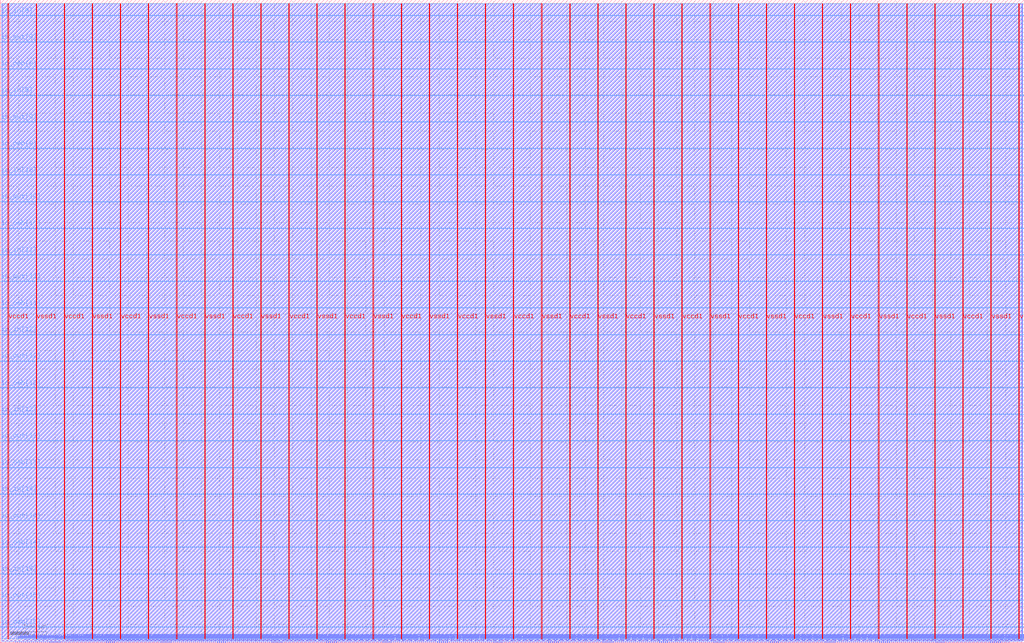
<source format=lef>
VERSION 5.7 ;
  NOWIREEXTENSIONATPIN ON ;
  DIVIDERCHAR "/" ;
  BUSBITCHARS "[]" ;
MACRO user_proj_example
  CLASS BLOCK ;
  FOREIGN user_proj_example ;
  ORIGIN 0.000 0.000 ;
  SIZE 2800.000 BY 1760.000 ;
  PIN io_in[0]
    DIRECTION INPUT ;
    USE SIGNAL ;
    PORT
      LAYER met3 ;
        RECT 2796.000 42.880 2800.000 43.480 ;
    END
  END io_in[0]
  PIN io_in[10]
    DIRECTION INPUT ;
    USE SIGNAL ;
    PORT
      LAYER met3 ;
        RECT 0.000 1279.800 4.000 1280.400 ;
    END
  END io_in[10]
  PIN io_in[11]
    DIRECTION INPUT ;
    USE SIGNAL ;
    PORT
      LAYER met3 ;
        RECT 0.000 1061.520 4.000 1062.120 ;
    END
  END io_in[11]
  PIN io_in[12]
    DIRECTION INPUT ;
    USE SIGNAL ;
    PORT
      LAYER met3 ;
        RECT 0.000 843.240 4.000 843.840 ;
    END
  END io_in[12]
  PIN io_in[13]
    DIRECTION INPUT ;
    USE SIGNAL ;
    PORT
      LAYER met3 ;
        RECT 0.000 624.960 4.000 625.560 ;
    END
  END io_in[13]
  PIN io_in[14]
    DIRECTION INPUT ;
    USE SIGNAL ;
    PORT
      LAYER met3 ;
        RECT 0.000 406.680 4.000 407.280 ;
    END
  END io_in[14]
  PIN io_in[15]
    DIRECTION INPUT ;
    USE SIGNAL ;
    PORT
      LAYER met3 ;
        RECT 0.000 188.400 4.000 189.000 ;
    END
  END io_in[15]
  PIN io_in[1]
    DIRECTION INPUT ;
    USE SIGNAL ;
    PORT
      LAYER met3 ;
        RECT 2796.000 261.160 2800.000 261.760 ;
    END
  END io_in[1]
  PIN io_in[2]
    DIRECTION INPUT ;
    USE SIGNAL ;
    PORT
      LAYER met3 ;
        RECT 2796.000 479.440 2800.000 480.040 ;
    END
  END io_in[2]
  PIN io_in[3]
    DIRECTION INPUT ;
    USE SIGNAL ;
    PORT
      LAYER met3 ;
        RECT 2796.000 697.720 2800.000 698.320 ;
    END
  END io_in[3]
  PIN io_in[4]
    DIRECTION INPUT ;
    USE SIGNAL ;
    PORT
      LAYER met3 ;
        RECT 2796.000 916.000 2800.000 916.600 ;
    END
  END io_in[4]
  PIN io_in[5]
    DIRECTION INPUT ;
    USE SIGNAL ;
    PORT
      LAYER met3 ;
        RECT 2796.000 1134.280 2800.000 1134.880 ;
    END
  END io_in[5]
  PIN io_in[6]
    DIRECTION INPUT ;
    USE SIGNAL ;
    PORT
      LAYER met3 ;
        RECT 2796.000 1352.560 2800.000 1353.160 ;
    END
  END io_in[6]
  PIN io_in[7]
    DIRECTION INPUT ;
    USE SIGNAL ;
    PORT
      LAYER met3 ;
        RECT 2796.000 1570.840 2800.000 1571.440 ;
    END
  END io_in[7]
  PIN io_in[8]
    DIRECTION INPUT ;
    USE SIGNAL ;
    PORT
      LAYER met3 ;
        RECT 0.000 1716.360 4.000 1716.960 ;
    END
  END io_in[8]
  PIN io_in[9]
    DIRECTION INPUT ;
    USE SIGNAL ;
    PORT
      LAYER met3 ;
        RECT 0.000 1498.080 4.000 1498.680 ;
    END
  END io_in[9]
  PIN io_oeb[0]
    DIRECTION OUTPUT TRISTATE ;
    USE SIGNAL ;
    PORT
      LAYER met3 ;
        RECT 2796.000 188.400 2800.000 189.000 ;
    END
  END io_oeb[0]
  PIN io_oeb[10]
    DIRECTION OUTPUT TRISTATE ;
    USE SIGNAL ;
    PORT
      LAYER met3 ;
        RECT 0.000 1134.280 4.000 1134.880 ;
    END
  END io_oeb[10]
  PIN io_oeb[11]
    DIRECTION OUTPUT TRISTATE ;
    USE SIGNAL ;
    PORT
      LAYER met3 ;
        RECT 0.000 916.000 4.000 916.600 ;
    END
  END io_oeb[11]
  PIN io_oeb[12]
    DIRECTION OUTPUT TRISTATE ;
    USE SIGNAL ;
    PORT
      LAYER met3 ;
        RECT 0.000 697.720 4.000 698.320 ;
    END
  END io_oeb[12]
  PIN io_oeb[13]
    DIRECTION OUTPUT TRISTATE ;
    USE SIGNAL ;
    PORT
      LAYER met3 ;
        RECT 0.000 479.440 4.000 480.040 ;
    END
  END io_oeb[13]
  PIN io_oeb[14]
    DIRECTION OUTPUT TRISTATE ;
    USE SIGNAL ;
    PORT
      LAYER met3 ;
        RECT 0.000 261.160 4.000 261.760 ;
    END
  END io_oeb[14]
  PIN io_oeb[15]
    DIRECTION OUTPUT TRISTATE ;
    USE SIGNAL ;
    PORT
      LAYER met3 ;
        RECT 0.000 42.880 4.000 43.480 ;
    END
  END io_oeb[15]
  PIN io_oeb[1]
    DIRECTION OUTPUT TRISTATE ;
    USE SIGNAL ;
    PORT
      LAYER met3 ;
        RECT 2796.000 406.680 2800.000 407.280 ;
    END
  END io_oeb[1]
  PIN io_oeb[2]
    DIRECTION OUTPUT TRISTATE ;
    USE SIGNAL ;
    PORT
      LAYER met3 ;
        RECT 2796.000 624.960 2800.000 625.560 ;
    END
  END io_oeb[2]
  PIN io_oeb[3]
    DIRECTION OUTPUT TRISTATE ;
    USE SIGNAL ;
    PORT
      LAYER met3 ;
        RECT 2796.000 843.240 2800.000 843.840 ;
    END
  END io_oeb[3]
  PIN io_oeb[4]
    DIRECTION OUTPUT TRISTATE ;
    USE SIGNAL ;
    PORT
      LAYER met3 ;
        RECT 2796.000 1061.520 2800.000 1062.120 ;
    END
  END io_oeb[4]
  PIN io_oeb[5]
    DIRECTION OUTPUT TRISTATE ;
    USE SIGNAL ;
    PORT
      LAYER met3 ;
        RECT 2796.000 1279.800 2800.000 1280.400 ;
    END
  END io_oeb[5]
  PIN io_oeb[6]
    DIRECTION OUTPUT TRISTATE ;
    USE SIGNAL ;
    PORT
      LAYER met3 ;
        RECT 2796.000 1498.080 2800.000 1498.680 ;
    END
  END io_oeb[6]
  PIN io_oeb[7]
    DIRECTION OUTPUT TRISTATE ;
    USE SIGNAL ;
    PORT
      LAYER met3 ;
        RECT 2796.000 1716.360 2800.000 1716.960 ;
    END
  END io_oeb[7]
  PIN io_oeb[8]
    DIRECTION OUTPUT TRISTATE ;
    USE SIGNAL ;
    PORT
      LAYER met3 ;
        RECT 0.000 1570.840 4.000 1571.440 ;
    END
  END io_oeb[8]
  PIN io_oeb[9]
    DIRECTION OUTPUT TRISTATE ;
    USE SIGNAL ;
    PORT
      LAYER met3 ;
        RECT 0.000 1352.560 4.000 1353.160 ;
    END
  END io_oeb[9]
  PIN io_out[0]
    DIRECTION OUTPUT TRISTATE ;
    USE SIGNAL ;
    PORT
      LAYER met3 ;
        RECT 2796.000 115.640 2800.000 116.240 ;
    END
  END io_out[0]
  PIN io_out[10]
    DIRECTION OUTPUT TRISTATE ;
    USE SIGNAL ;
    PORT
      LAYER met3 ;
        RECT 0.000 1207.040 4.000 1207.640 ;
    END
  END io_out[10]
  PIN io_out[11]
    DIRECTION OUTPUT TRISTATE ;
    USE SIGNAL ;
    PORT
      LAYER met3 ;
        RECT 0.000 988.760 4.000 989.360 ;
    END
  END io_out[11]
  PIN io_out[12]
    DIRECTION OUTPUT TRISTATE ;
    USE SIGNAL ;
    PORT
      LAYER met3 ;
        RECT 0.000 770.480 4.000 771.080 ;
    END
  END io_out[12]
  PIN io_out[13]
    DIRECTION OUTPUT TRISTATE ;
    USE SIGNAL ;
    PORT
      LAYER met3 ;
        RECT 0.000 552.200 4.000 552.800 ;
    END
  END io_out[13]
  PIN io_out[14]
    DIRECTION OUTPUT TRISTATE ;
    USE SIGNAL ;
    PORT
      LAYER met3 ;
        RECT 0.000 333.920 4.000 334.520 ;
    END
  END io_out[14]
  PIN io_out[15]
    DIRECTION OUTPUT TRISTATE ;
    USE SIGNAL ;
    PORT
      LAYER met3 ;
        RECT 0.000 115.640 4.000 116.240 ;
    END
  END io_out[15]
  PIN io_out[1]
    DIRECTION OUTPUT TRISTATE ;
    USE SIGNAL ;
    PORT
      LAYER met3 ;
        RECT 2796.000 333.920 2800.000 334.520 ;
    END
  END io_out[1]
  PIN io_out[2]
    DIRECTION OUTPUT TRISTATE ;
    USE SIGNAL ;
    PORT
      LAYER met3 ;
        RECT 2796.000 552.200 2800.000 552.800 ;
    END
  END io_out[2]
  PIN io_out[3]
    DIRECTION OUTPUT TRISTATE ;
    USE SIGNAL ;
    PORT
      LAYER met3 ;
        RECT 2796.000 770.480 2800.000 771.080 ;
    END
  END io_out[3]
  PIN io_out[4]
    DIRECTION OUTPUT TRISTATE ;
    USE SIGNAL ;
    PORT
      LAYER met3 ;
        RECT 2796.000 988.760 2800.000 989.360 ;
    END
  END io_out[4]
  PIN io_out[5]
    DIRECTION OUTPUT TRISTATE ;
    USE SIGNAL ;
    PORT
      LAYER met3 ;
        RECT 2796.000 1207.040 2800.000 1207.640 ;
    END
  END io_out[5]
  PIN io_out[6]
    DIRECTION OUTPUT TRISTATE ;
    USE SIGNAL ;
    PORT
      LAYER met3 ;
        RECT 2796.000 1425.320 2800.000 1425.920 ;
    END
  END io_out[6]
  PIN io_out[7]
    DIRECTION OUTPUT TRISTATE ;
    USE SIGNAL ;
    PORT
      LAYER met3 ;
        RECT 2796.000 1643.600 2800.000 1644.200 ;
    END
  END io_out[7]
  PIN io_out[8]
    DIRECTION OUTPUT TRISTATE ;
    USE SIGNAL ;
    PORT
      LAYER met3 ;
        RECT 0.000 1643.600 4.000 1644.200 ;
    END
  END io_out[8]
  PIN io_out[9]
    DIRECTION OUTPUT TRISTATE ;
    USE SIGNAL ;
    PORT
      LAYER met3 ;
        RECT 0.000 1425.320 4.000 1425.920 ;
    END
  END io_out[9]
  PIN irq[0]
    DIRECTION OUTPUT TRISTATE ;
    USE SIGNAL ;
    PORT
      LAYER met2 ;
        RECT 2746.750 0.000 2747.030 4.000 ;
    END
  END irq[0]
  PIN irq[1]
    DIRECTION OUTPUT TRISTATE ;
    USE SIGNAL ;
    PORT
      LAYER met2 ;
        RECT 2752.270 0.000 2752.550 4.000 ;
    END
  END irq[1]
  PIN irq[2]
    DIRECTION OUTPUT TRISTATE ;
    USE SIGNAL ;
    PORT
      LAYER met2 ;
        RECT 2757.790 0.000 2758.070 4.000 ;
    END
  END irq[2]
  PIN la_data_in[0]
    DIRECTION INPUT ;
    USE SIGNAL ;
    PORT
      LAYER met2 ;
        RECT 627.070 0.000 627.350 4.000 ;
    END
  END la_data_in[0]
  PIN la_data_in[100]
    DIRECTION INPUT ;
    USE SIGNAL ;
    PORT
      LAYER met2 ;
        RECT 2283.070 0.000 2283.350 4.000 ;
    END
  END la_data_in[100]
  PIN la_data_in[101]
    DIRECTION INPUT ;
    USE SIGNAL ;
    PORT
      LAYER met2 ;
        RECT 2299.630 0.000 2299.910 4.000 ;
    END
  END la_data_in[101]
  PIN la_data_in[102]
    DIRECTION INPUT ;
    USE SIGNAL ;
    PORT
      LAYER met2 ;
        RECT 2316.190 0.000 2316.470 4.000 ;
    END
  END la_data_in[102]
  PIN la_data_in[103]
    DIRECTION INPUT ;
    USE SIGNAL ;
    PORT
      LAYER met2 ;
        RECT 2332.750 0.000 2333.030 4.000 ;
    END
  END la_data_in[103]
  PIN la_data_in[104]
    DIRECTION INPUT ;
    USE SIGNAL ;
    PORT
      LAYER met2 ;
        RECT 2349.310 0.000 2349.590 4.000 ;
    END
  END la_data_in[104]
  PIN la_data_in[105]
    DIRECTION INPUT ;
    USE SIGNAL ;
    PORT
      LAYER met2 ;
        RECT 2365.870 0.000 2366.150 4.000 ;
    END
  END la_data_in[105]
  PIN la_data_in[106]
    DIRECTION INPUT ;
    USE SIGNAL ;
    PORT
      LAYER met2 ;
        RECT 2382.430 0.000 2382.710 4.000 ;
    END
  END la_data_in[106]
  PIN la_data_in[107]
    DIRECTION INPUT ;
    USE SIGNAL ;
    PORT
      LAYER met2 ;
        RECT 2398.990 0.000 2399.270 4.000 ;
    END
  END la_data_in[107]
  PIN la_data_in[108]
    DIRECTION INPUT ;
    USE SIGNAL ;
    PORT
      LAYER met2 ;
        RECT 2415.550 0.000 2415.830 4.000 ;
    END
  END la_data_in[108]
  PIN la_data_in[109]
    DIRECTION INPUT ;
    USE SIGNAL ;
    PORT
      LAYER met2 ;
        RECT 2432.110 0.000 2432.390 4.000 ;
    END
  END la_data_in[109]
  PIN la_data_in[10]
    DIRECTION INPUT ;
    USE SIGNAL ;
    PORT
      LAYER met2 ;
        RECT 792.670 0.000 792.950 4.000 ;
    END
  END la_data_in[10]
  PIN la_data_in[110]
    DIRECTION INPUT ;
    USE SIGNAL ;
    PORT
      LAYER met2 ;
        RECT 2448.670 0.000 2448.950 4.000 ;
    END
  END la_data_in[110]
  PIN la_data_in[111]
    DIRECTION INPUT ;
    USE SIGNAL ;
    PORT
      LAYER met2 ;
        RECT 2465.230 0.000 2465.510 4.000 ;
    END
  END la_data_in[111]
  PIN la_data_in[112]
    DIRECTION INPUT ;
    USE SIGNAL ;
    PORT
      LAYER met2 ;
        RECT 2481.790 0.000 2482.070 4.000 ;
    END
  END la_data_in[112]
  PIN la_data_in[113]
    DIRECTION INPUT ;
    USE SIGNAL ;
    PORT
      LAYER met2 ;
        RECT 2498.350 0.000 2498.630 4.000 ;
    END
  END la_data_in[113]
  PIN la_data_in[114]
    DIRECTION INPUT ;
    USE SIGNAL ;
    PORT
      LAYER met2 ;
        RECT 2514.910 0.000 2515.190 4.000 ;
    END
  END la_data_in[114]
  PIN la_data_in[115]
    DIRECTION INPUT ;
    USE SIGNAL ;
    PORT
      LAYER met2 ;
        RECT 2531.470 0.000 2531.750 4.000 ;
    END
  END la_data_in[115]
  PIN la_data_in[116]
    DIRECTION INPUT ;
    USE SIGNAL ;
    PORT
      LAYER met2 ;
        RECT 2548.030 0.000 2548.310 4.000 ;
    END
  END la_data_in[116]
  PIN la_data_in[117]
    DIRECTION INPUT ;
    USE SIGNAL ;
    PORT
      LAYER met2 ;
        RECT 2564.590 0.000 2564.870 4.000 ;
    END
  END la_data_in[117]
  PIN la_data_in[118]
    DIRECTION INPUT ;
    USE SIGNAL ;
    PORT
      LAYER met2 ;
        RECT 2581.150 0.000 2581.430 4.000 ;
    END
  END la_data_in[118]
  PIN la_data_in[119]
    DIRECTION INPUT ;
    USE SIGNAL ;
    PORT
      LAYER met2 ;
        RECT 2597.710 0.000 2597.990 4.000 ;
    END
  END la_data_in[119]
  PIN la_data_in[11]
    DIRECTION INPUT ;
    USE SIGNAL ;
    PORT
      LAYER met2 ;
        RECT 809.230 0.000 809.510 4.000 ;
    END
  END la_data_in[11]
  PIN la_data_in[120]
    DIRECTION INPUT ;
    USE SIGNAL ;
    PORT
      LAYER met2 ;
        RECT 2614.270 0.000 2614.550 4.000 ;
    END
  END la_data_in[120]
  PIN la_data_in[121]
    DIRECTION INPUT ;
    USE SIGNAL ;
    PORT
      LAYER met2 ;
        RECT 2630.830 0.000 2631.110 4.000 ;
    END
  END la_data_in[121]
  PIN la_data_in[122]
    DIRECTION INPUT ;
    USE SIGNAL ;
    PORT
      LAYER met2 ;
        RECT 2647.390 0.000 2647.670 4.000 ;
    END
  END la_data_in[122]
  PIN la_data_in[123]
    DIRECTION INPUT ;
    USE SIGNAL ;
    PORT
      LAYER met2 ;
        RECT 2663.950 0.000 2664.230 4.000 ;
    END
  END la_data_in[123]
  PIN la_data_in[124]
    DIRECTION INPUT ;
    USE SIGNAL ;
    PORT
      LAYER met2 ;
        RECT 2680.510 0.000 2680.790 4.000 ;
    END
  END la_data_in[124]
  PIN la_data_in[125]
    DIRECTION INPUT ;
    USE SIGNAL ;
    PORT
      LAYER met2 ;
        RECT 2697.070 0.000 2697.350 4.000 ;
    END
  END la_data_in[125]
  PIN la_data_in[126]
    DIRECTION INPUT ;
    USE SIGNAL ;
    PORT
      LAYER met2 ;
        RECT 2713.630 0.000 2713.910 4.000 ;
    END
  END la_data_in[126]
  PIN la_data_in[127]
    DIRECTION INPUT ;
    USE SIGNAL ;
    PORT
      LAYER met2 ;
        RECT 2730.190 0.000 2730.470 4.000 ;
    END
  END la_data_in[127]
  PIN la_data_in[12]
    DIRECTION INPUT ;
    USE SIGNAL ;
    PORT
      LAYER met2 ;
        RECT 825.790 0.000 826.070 4.000 ;
    END
  END la_data_in[12]
  PIN la_data_in[13]
    DIRECTION INPUT ;
    USE SIGNAL ;
    PORT
      LAYER met2 ;
        RECT 842.350 0.000 842.630 4.000 ;
    END
  END la_data_in[13]
  PIN la_data_in[14]
    DIRECTION INPUT ;
    USE SIGNAL ;
    PORT
      LAYER met2 ;
        RECT 858.910 0.000 859.190 4.000 ;
    END
  END la_data_in[14]
  PIN la_data_in[15]
    DIRECTION INPUT ;
    USE SIGNAL ;
    PORT
      LAYER met2 ;
        RECT 875.470 0.000 875.750 4.000 ;
    END
  END la_data_in[15]
  PIN la_data_in[16]
    DIRECTION INPUT ;
    USE SIGNAL ;
    PORT
      LAYER met2 ;
        RECT 892.030 0.000 892.310 4.000 ;
    END
  END la_data_in[16]
  PIN la_data_in[17]
    DIRECTION INPUT ;
    USE SIGNAL ;
    PORT
      LAYER met2 ;
        RECT 908.590 0.000 908.870 4.000 ;
    END
  END la_data_in[17]
  PIN la_data_in[18]
    DIRECTION INPUT ;
    USE SIGNAL ;
    PORT
      LAYER met2 ;
        RECT 925.150 0.000 925.430 4.000 ;
    END
  END la_data_in[18]
  PIN la_data_in[19]
    DIRECTION INPUT ;
    USE SIGNAL ;
    PORT
      LAYER met2 ;
        RECT 941.710 0.000 941.990 4.000 ;
    END
  END la_data_in[19]
  PIN la_data_in[1]
    DIRECTION INPUT ;
    USE SIGNAL ;
    PORT
      LAYER met2 ;
        RECT 643.630 0.000 643.910 4.000 ;
    END
  END la_data_in[1]
  PIN la_data_in[20]
    DIRECTION INPUT ;
    USE SIGNAL ;
    PORT
      LAYER met2 ;
        RECT 958.270 0.000 958.550 4.000 ;
    END
  END la_data_in[20]
  PIN la_data_in[21]
    DIRECTION INPUT ;
    USE SIGNAL ;
    PORT
      LAYER met2 ;
        RECT 974.830 0.000 975.110 4.000 ;
    END
  END la_data_in[21]
  PIN la_data_in[22]
    DIRECTION INPUT ;
    USE SIGNAL ;
    PORT
      LAYER met2 ;
        RECT 991.390 0.000 991.670 4.000 ;
    END
  END la_data_in[22]
  PIN la_data_in[23]
    DIRECTION INPUT ;
    USE SIGNAL ;
    PORT
      LAYER met2 ;
        RECT 1007.950 0.000 1008.230 4.000 ;
    END
  END la_data_in[23]
  PIN la_data_in[24]
    DIRECTION INPUT ;
    USE SIGNAL ;
    PORT
      LAYER met2 ;
        RECT 1024.510 0.000 1024.790 4.000 ;
    END
  END la_data_in[24]
  PIN la_data_in[25]
    DIRECTION INPUT ;
    USE SIGNAL ;
    PORT
      LAYER met2 ;
        RECT 1041.070 0.000 1041.350 4.000 ;
    END
  END la_data_in[25]
  PIN la_data_in[26]
    DIRECTION INPUT ;
    USE SIGNAL ;
    PORT
      LAYER met2 ;
        RECT 1057.630 0.000 1057.910 4.000 ;
    END
  END la_data_in[26]
  PIN la_data_in[27]
    DIRECTION INPUT ;
    USE SIGNAL ;
    PORT
      LAYER met2 ;
        RECT 1074.190 0.000 1074.470 4.000 ;
    END
  END la_data_in[27]
  PIN la_data_in[28]
    DIRECTION INPUT ;
    USE SIGNAL ;
    PORT
      LAYER met2 ;
        RECT 1090.750 0.000 1091.030 4.000 ;
    END
  END la_data_in[28]
  PIN la_data_in[29]
    DIRECTION INPUT ;
    USE SIGNAL ;
    PORT
      LAYER met2 ;
        RECT 1107.310 0.000 1107.590 4.000 ;
    END
  END la_data_in[29]
  PIN la_data_in[2]
    DIRECTION INPUT ;
    USE SIGNAL ;
    PORT
      LAYER met2 ;
        RECT 660.190 0.000 660.470 4.000 ;
    END
  END la_data_in[2]
  PIN la_data_in[30]
    DIRECTION INPUT ;
    USE SIGNAL ;
    PORT
      LAYER met2 ;
        RECT 1123.870 0.000 1124.150 4.000 ;
    END
  END la_data_in[30]
  PIN la_data_in[31]
    DIRECTION INPUT ;
    USE SIGNAL ;
    PORT
      LAYER met2 ;
        RECT 1140.430 0.000 1140.710 4.000 ;
    END
  END la_data_in[31]
  PIN la_data_in[32]
    DIRECTION INPUT ;
    USE SIGNAL ;
    PORT
      LAYER met2 ;
        RECT 1156.990 0.000 1157.270 4.000 ;
    END
  END la_data_in[32]
  PIN la_data_in[33]
    DIRECTION INPUT ;
    USE SIGNAL ;
    PORT
      LAYER met2 ;
        RECT 1173.550 0.000 1173.830 4.000 ;
    END
  END la_data_in[33]
  PIN la_data_in[34]
    DIRECTION INPUT ;
    USE SIGNAL ;
    PORT
      LAYER met2 ;
        RECT 1190.110 0.000 1190.390 4.000 ;
    END
  END la_data_in[34]
  PIN la_data_in[35]
    DIRECTION INPUT ;
    USE SIGNAL ;
    PORT
      LAYER met2 ;
        RECT 1206.670 0.000 1206.950 4.000 ;
    END
  END la_data_in[35]
  PIN la_data_in[36]
    DIRECTION INPUT ;
    USE SIGNAL ;
    PORT
      LAYER met2 ;
        RECT 1223.230 0.000 1223.510 4.000 ;
    END
  END la_data_in[36]
  PIN la_data_in[37]
    DIRECTION INPUT ;
    USE SIGNAL ;
    PORT
      LAYER met2 ;
        RECT 1239.790 0.000 1240.070 4.000 ;
    END
  END la_data_in[37]
  PIN la_data_in[38]
    DIRECTION INPUT ;
    USE SIGNAL ;
    PORT
      LAYER met2 ;
        RECT 1256.350 0.000 1256.630 4.000 ;
    END
  END la_data_in[38]
  PIN la_data_in[39]
    DIRECTION INPUT ;
    USE SIGNAL ;
    PORT
      LAYER met2 ;
        RECT 1272.910 0.000 1273.190 4.000 ;
    END
  END la_data_in[39]
  PIN la_data_in[3]
    DIRECTION INPUT ;
    USE SIGNAL ;
    PORT
      LAYER met2 ;
        RECT 676.750 0.000 677.030 4.000 ;
    END
  END la_data_in[3]
  PIN la_data_in[40]
    DIRECTION INPUT ;
    USE SIGNAL ;
    PORT
      LAYER met2 ;
        RECT 1289.470 0.000 1289.750 4.000 ;
    END
  END la_data_in[40]
  PIN la_data_in[41]
    DIRECTION INPUT ;
    USE SIGNAL ;
    PORT
      LAYER met2 ;
        RECT 1306.030 0.000 1306.310 4.000 ;
    END
  END la_data_in[41]
  PIN la_data_in[42]
    DIRECTION INPUT ;
    USE SIGNAL ;
    PORT
      LAYER met2 ;
        RECT 1322.590 0.000 1322.870 4.000 ;
    END
  END la_data_in[42]
  PIN la_data_in[43]
    DIRECTION INPUT ;
    USE SIGNAL ;
    PORT
      LAYER met2 ;
        RECT 1339.150 0.000 1339.430 4.000 ;
    END
  END la_data_in[43]
  PIN la_data_in[44]
    DIRECTION INPUT ;
    USE SIGNAL ;
    PORT
      LAYER met2 ;
        RECT 1355.710 0.000 1355.990 4.000 ;
    END
  END la_data_in[44]
  PIN la_data_in[45]
    DIRECTION INPUT ;
    USE SIGNAL ;
    PORT
      LAYER met2 ;
        RECT 1372.270 0.000 1372.550 4.000 ;
    END
  END la_data_in[45]
  PIN la_data_in[46]
    DIRECTION INPUT ;
    USE SIGNAL ;
    PORT
      LAYER met2 ;
        RECT 1388.830 0.000 1389.110 4.000 ;
    END
  END la_data_in[46]
  PIN la_data_in[47]
    DIRECTION INPUT ;
    USE SIGNAL ;
    PORT
      LAYER met2 ;
        RECT 1405.390 0.000 1405.670 4.000 ;
    END
  END la_data_in[47]
  PIN la_data_in[48]
    DIRECTION INPUT ;
    USE SIGNAL ;
    PORT
      LAYER met2 ;
        RECT 1421.950 0.000 1422.230 4.000 ;
    END
  END la_data_in[48]
  PIN la_data_in[49]
    DIRECTION INPUT ;
    USE SIGNAL ;
    PORT
      LAYER met2 ;
        RECT 1438.510 0.000 1438.790 4.000 ;
    END
  END la_data_in[49]
  PIN la_data_in[4]
    DIRECTION INPUT ;
    USE SIGNAL ;
    PORT
      LAYER met2 ;
        RECT 693.310 0.000 693.590 4.000 ;
    END
  END la_data_in[4]
  PIN la_data_in[50]
    DIRECTION INPUT ;
    USE SIGNAL ;
    PORT
      LAYER met2 ;
        RECT 1455.070 0.000 1455.350 4.000 ;
    END
  END la_data_in[50]
  PIN la_data_in[51]
    DIRECTION INPUT ;
    USE SIGNAL ;
    PORT
      LAYER met2 ;
        RECT 1471.630 0.000 1471.910 4.000 ;
    END
  END la_data_in[51]
  PIN la_data_in[52]
    DIRECTION INPUT ;
    USE SIGNAL ;
    PORT
      LAYER met2 ;
        RECT 1488.190 0.000 1488.470 4.000 ;
    END
  END la_data_in[52]
  PIN la_data_in[53]
    DIRECTION INPUT ;
    USE SIGNAL ;
    PORT
      LAYER met2 ;
        RECT 1504.750 0.000 1505.030 4.000 ;
    END
  END la_data_in[53]
  PIN la_data_in[54]
    DIRECTION INPUT ;
    USE SIGNAL ;
    PORT
      LAYER met2 ;
        RECT 1521.310 0.000 1521.590 4.000 ;
    END
  END la_data_in[54]
  PIN la_data_in[55]
    DIRECTION INPUT ;
    USE SIGNAL ;
    PORT
      LAYER met2 ;
        RECT 1537.870 0.000 1538.150 4.000 ;
    END
  END la_data_in[55]
  PIN la_data_in[56]
    DIRECTION INPUT ;
    USE SIGNAL ;
    PORT
      LAYER met2 ;
        RECT 1554.430 0.000 1554.710 4.000 ;
    END
  END la_data_in[56]
  PIN la_data_in[57]
    DIRECTION INPUT ;
    USE SIGNAL ;
    PORT
      LAYER met2 ;
        RECT 1570.990 0.000 1571.270 4.000 ;
    END
  END la_data_in[57]
  PIN la_data_in[58]
    DIRECTION INPUT ;
    USE SIGNAL ;
    PORT
      LAYER met2 ;
        RECT 1587.550 0.000 1587.830 4.000 ;
    END
  END la_data_in[58]
  PIN la_data_in[59]
    DIRECTION INPUT ;
    USE SIGNAL ;
    PORT
      LAYER met2 ;
        RECT 1604.110 0.000 1604.390 4.000 ;
    END
  END la_data_in[59]
  PIN la_data_in[5]
    DIRECTION INPUT ;
    USE SIGNAL ;
    PORT
      LAYER met2 ;
        RECT 709.870 0.000 710.150 4.000 ;
    END
  END la_data_in[5]
  PIN la_data_in[60]
    DIRECTION INPUT ;
    USE SIGNAL ;
    PORT
      LAYER met2 ;
        RECT 1620.670 0.000 1620.950 4.000 ;
    END
  END la_data_in[60]
  PIN la_data_in[61]
    DIRECTION INPUT ;
    USE SIGNAL ;
    PORT
      LAYER met2 ;
        RECT 1637.230 0.000 1637.510 4.000 ;
    END
  END la_data_in[61]
  PIN la_data_in[62]
    DIRECTION INPUT ;
    USE SIGNAL ;
    PORT
      LAYER met2 ;
        RECT 1653.790 0.000 1654.070 4.000 ;
    END
  END la_data_in[62]
  PIN la_data_in[63]
    DIRECTION INPUT ;
    USE SIGNAL ;
    PORT
      LAYER met2 ;
        RECT 1670.350 0.000 1670.630 4.000 ;
    END
  END la_data_in[63]
  PIN la_data_in[64]
    DIRECTION INPUT ;
    USE SIGNAL ;
    PORT
      LAYER met2 ;
        RECT 1686.910 0.000 1687.190 4.000 ;
    END
  END la_data_in[64]
  PIN la_data_in[65]
    DIRECTION INPUT ;
    USE SIGNAL ;
    PORT
      LAYER met2 ;
        RECT 1703.470 0.000 1703.750 4.000 ;
    END
  END la_data_in[65]
  PIN la_data_in[66]
    DIRECTION INPUT ;
    USE SIGNAL ;
    PORT
      LAYER met2 ;
        RECT 1720.030 0.000 1720.310 4.000 ;
    END
  END la_data_in[66]
  PIN la_data_in[67]
    DIRECTION INPUT ;
    USE SIGNAL ;
    PORT
      LAYER met2 ;
        RECT 1736.590 0.000 1736.870 4.000 ;
    END
  END la_data_in[67]
  PIN la_data_in[68]
    DIRECTION INPUT ;
    USE SIGNAL ;
    PORT
      LAYER met2 ;
        RECT 1753.150 0.000 1753.430 4.000 ;
    END
  END la_data_in[68]
  PIN la_data_in[69]
    DIRECTION INPUT ;
    USE SIGNAL ;
    PORT
      LAYER met2 ;
        RECT 1769.710 0.000 1769.990 4.000 ;
    END
  END la_data_in[69]
  PIN la_data_in[6]
    DIRECTION INPUT ;
    USE SIGNAL ;
    PORT
      LAYER met2 ;
        RECT 726.430 0.000 726.710 4.000 ;
    END
  END la_data_in[6]
  PIN la_data_in[70]
    DIRECTION INPUT ;
    USE SIGNAL ;
    PORT
      LAYER met2 ;
        RECT 1786.270 0.000 1786.550 4.000 ;
    END
  END la_data_in[70]
  PIN la_data_in[71]
    DIRECTION INPUT ;
    USE SIGNAL ;
    PORT
      LAYER met2 ;
        RECT 1802.830 0.000 1803.110 4.000 ;
    END
  END la_data_in[71]
  PIN la_data_in[72]
    DIRECTION INPUT ;
    USE SIGNAL ;
    PORT
      LAYER met2 ;
        RECT 1819.390 0.000 1819.670 4.000 ;
    END
  END la_data_in[72]
  PIN la_data_in[73]
    DIRECTION INPUT ;
    USE SIGNAL ;
    PORT
      LAYER met2 ;
        RECT 1835.950 0.000 1836.230 4.000 ;
    END
  END la_data_in[73]
  PIN la_data_in[74]
    DIRECTION INPUT ;
    USE SIGNAL ;
    PORT
      LAYER met2 ;
        RECT 1852.510 0.000 1852.790 4.000 ;
    END
  END la_data_in[74]
  PIN la_data_in[75]
    DIRECTION INPUT ;
    USE SIGNAL ;
    PORT
      LAYER met2 ;
        RECT 1869.070 0.000 1869.350 4.000 ;
    END
  END la_data_in[75]
  PIN la_data_in[76]
    DIRECTION INPUT ;
    USE SIGNAL ;
    PORT
      LAYER met2 ;
        RECT 1885.630 0.000 1885.910 4.000 ;
    END
  END la_data_in[76]
  PIN la_data_in[77]
    DIRECTION INPUT ;
    USE SIGNAL ;
    PORT
      LAYER met2 ;
        RECT 1902.190 0.000 1902.470 4.000 ;
    END
  END la_data_in[77]
  PIN la_data_in[78]
    DIRECTION INPUT ;
    USE SIGNAL ;
    PORT
      LAYER met2 ;
        RECT 1918.750 0.000 1919.030 4.000 ;
    END
  END la_data_in[78]
  PIN la_data_in[79]
    DIRECTION INPUT ;
    USE SIGNAL ;
    PORT
      LAYER met2 ;
        RECT 1935.310 0.000 1935.590 4.000 ;
    END
  END la_data_in[79]
  PIN la_data_in[7]
    DIRECTION INPUT ;
    USE SIGNAL ;
    PORT
      LAYER met2 ;
        RECT 742.990 0.000 743.270 4.000 ;
    END
  END la_data_in[7]
  PIN la_data_in[80]
    DIRECTION INPUT ;
    USE SIGNAL ;
    PORT
      LAYER met2 ;
        RECT 1951.870 0.000 1952.150 4.000 ;
    END
  END la_data_in[80]
  PIN la_data_in[81]
    DIRECTION INPUT ;
    USE SIGNAL ;
    PORT
      LAYER met2 ;
        RECT 1968.430 0.000 1968.710 4.000 ;
    END
  END la_data_in[81]
  PIN la_data_in[82]
    DIRECTION INPUT ;
    USE SIGNAL ;
    PORT
      LAYER met2 ;
        RECT 1984.990 0.000 1985.270 4.000 ;
    END
  END la_data_in[82]
  PIN la_data_in[83]
    DIRECTION INPUT ;
    USE SIGNAL ;
    PORT
      LAYER met2 ;
        RECT 2001.550 0.000 2001.830 4.000 ;
    END
  END la_data_in[83]
  PIN la_data_in[84]
    DIRECTION INPUT ;
    USE SIGNAL ;
    PORT
      LAYER met2 ;
        RECT 2018.110 0.000 2018.390 4.000 ;
    END
  END la_data_in[84]
  PIN la_data_in[85]
    DIRECTION INPUT ;
    USE SIGNAL ;
    PORT
      LAYER met2 ;
        RECT 2034.670 0.000 2034.950 4.000 ;
    END
  END la_data_in[85]
  PIN la_data_in[86]
    DIRECTION INPUT ;
    USE SIGNAL ;
    PORT
      LAYER met2 ;
        RECT 2051.230 0.000 2051.510 4.000 ;
    END
  END la_data_in[86]
  PIN la_data_in[87]
    DIRECTION INPUT ;
    USE SIGNAL ;
    PORT
      LAYER met2 ;
        RECT 2067.790 0.000 2068.070 4.000 ;
    END
  END la_data_in[87]
  PIN la_data_in[88]
    DIRECTION INPUT ;
    USE SIGNAL ;
    PORT
      LAYER met2 ;
        RECT 2084.350 0.000 2084.630 4.000 ;
    END
  END la_data_in[88]
  PIN la_data_in[89]
    DIRECTION INPUT ;
    USE SIGNAL ;
    PORT
      LAYER met2 ;
        RECT 2100.910 0.000 2101.190 4.000 ;
    END
  END la_data_in[89]
  PIN la_data_in[8]
    DIRECTION INPUT ;
    USE SIGNAL ;
    PORT
      LAYER met2 ;
        RECT 759.550 0.000 759.830 4.000 ;
    END
  END la_data_in[8]
  PIN la_data_in[90]
    DIRECTION INPUT ;
    USE SIGNAL ;
    PORT
      LAYER met2 ;
        RECT 2117.470 0.000 2117.750 4.000 ;
    END
  END la_data_in[90]
  PIN la_data_in[91]
    DIRECTION INPUT ;
    USE SIGNAL ;
    PORT
      LAYER met2 ;
        RECT 2134.030 0.000 2134.310 4.000 ;
    END
  END la_data_in[91]
  PIN la_data_in[92]
    DIRECTION INPUT ;
    USE SIGNAL ;
    PORT
      LAYER met2 ;
        RECT 2150.590 0.000 2150.870 4.000 ;
    END
  END la_data_in[92]
  PIN la_data_in[93]
    DIRECTION INPUT ;
    USE SIGNAL ;
    PORT
      LAYER met2 ;
        RECT 2167.150 0.000 2167.430 4.000 ;
    END
  END la_data_in[93]
  PIN la_data_in[94]
    DIRECTION INPUT ;
    USE SIGNAL ;
    PORT
      LAYER met2 ;
        RECT 2183.710 0.000 2183.990 4.000 ;
    END
  END la_data_in[94]
  PIN la_data_in[95]
    DIRECTION INPUT ;
    USE SIGNAL ;
    PORT
      LAYER met2 ;
        RECT 2200.270 0.000 2200.550 4.000 ;
    END
  END la_data_in[95]
  PIN la_data_in[96]
    DIRECTION INPUT ;
    USE SIGNAL ;
    PORT
      LAYER met2 ;
        RECT 2216.830 0.000 2217.110 4.000 ;
    END
  END la_data_in[96]
  PIN la_data_in[97]
    DIRECTION INPUT ;
    USE SIGNAL ;
    PORT
      LAYER met2 ;
        RECT 2233.390 0.000 2233.670 4.000 ;
    END
  END la_data_in[97]
  PIN la_data_in[98]
    DIRECTION INPUT ;
    USE SIGNAL ;
    PORT
      LAYER met2 ;
        RECT 2249.950 0.000 2250.230 4.000 ;
    END
  END la_data_in[98]
  PIN la_data_in[99]
    DIRECTION INPUT ;
    USE SIGNAL ;
    PORT
      LAYER met2 ;
        RECT 2266.510 0.000 2266.790 4.000 ;
    END
  END la_data_in[99]
  PIN la_data_in[9]
    DIRECTION INPUT ;
    USE SIGNAL ;
    PORT
      LAYER met2 ;
        RECT 776.110 0.000 776.390 4.000 ;
    END
  END la_data_in[9]
  PIN la_data_out[0]
    DIRECTION OUTPUT TRISTATE ;
    USE SIGNAL ;
    PORT
      LAYER met2 ;
        RECT 632.590 0.000 632.870 4.000 ;
    END
  END la_data_out[0]
  PIN la_data_out[100]
    DIRECTION OUTPUT TRISTATE ;
    USE SIGNAL ;
    PORT
      LAYER met2 ;
        RECT 2288.590 0.000 2288.870 4.000 ;
    END
  END la_data_out[100]
  PIN la_data_out[101]
    DIRECTION OUTPUT TRISTATE ;
    USE SIGNAL ;
    PORT
      LAYER met2 ;
        RECT 2305.150 0.000 2305.430 4.000 ;
    END
  END la_data_out[101]
  PIN la_data_out[102]
    DIRECTION OUTPUT TRISTATE ;
    USE SIGNAL ;
    PORT
      LAYER met2 ;
        RECT 2321.710 0.000 2321.990 4.000 ;
    END
  END la_data_out[102]
  PIN la_data_out[103]
    DIRECTION OUTPUT TRISTATE ;
    USE SIGNAL ;
    PORT
      LAYER met2 ;
        RECT 2338.270 0.000 2338.550 4.000 ;
    END
  END la_data_out[103]
  PIN la_data_out[104]
    DIRECTION OUTPUT TRISTATE ;
    USE SIGNAL ;
    PORT
      LAYER met2 ;
        RECT 2354.830 0.000 2355.110 4.000 ;
    END
  END la_data_out[104]
  PIN la_data_out[105]
    DIRECTION OUTPUT TRISTATE ;
    USE SIGNAL ;
    PORT
      LAYER met2 ;
        RECT 2371.390 0.000 2371.670 4.000 ;
    END
  END la_data_out[105]
  PIN la_data_out[106]
    DIRECTION OUTPUT TRISTATE ;
    USE SIGNAL ;
    PORT
      LAYER met2 ;
        RECT 2387.950 0.000 2388.230 4.000 ;
    END
  END la_data_out[106]
  PIN la_data_out[107]
    DIRECTION OUTPUT TRISTATE ;
    USE SIGNAL ;
    PORT
      LAYER met2 ;
        RECT 2404.510 0.000 2404.790 4.000 ;
    END
  END la_data_out[107]
  PIN la_data_out[108]
    DIRECTION OUTPUT TRISTATE ;
    USE SIGNAL ;
    PORT
      LAYER met2 ;
        RECT 2421.070 0.000 2421.350 4.000 ;
    END
  END la_data_out[108]
  PIN la_data_out[109]
    DIRECTION OUTPUT TRISTATE ;
    USE SIGNAL ;
    PORT
      LAYER met2 ;
        RECT 2437.630 0.000 2437.910 4.000 ;
    END
  END la_data_out[109]
  PIN la_data_out[10]
    DIRECTION OUTPUT TRISTATE ;
    USE SIGNAL ;
    PORT
      LAYER met2 ;
        RECT 798.190 0.000 798.470 4.000 ;
    END
  END la_data_out[10]
  PIN la_data_out[110]
    DIRECTION OUTPUT TRISTATE ;
    USE SIGNAL ;
    PORT
      LAYER met2 ;
        RECT 2454.190 0.000 2454.470 4.000 ;
    END
  END la_data_out[110]
  PIN la_data_out[111]
    DIRECTION OUTPUT TRISTATE ;
    USE SIGNAL ;
    PORT
      LAYER met2 ;
        RECT 2470.750 0.000 2471.030 4.000 ;
    END
  END la_data_out[111]
  PIN la_data_out[112]
    DIRECTION OUTPUT TRISTATE ;
    USE SIGNAL ;
    PORT
      LAYER met2 ;
        RECT 2487.310 0.000 2487.590 4.000 ;
    END
  END la_data_out[112]
  PIN la_data_out[113]
    DIRECTION OUTPUT TRISTATE ;
    USE SIGNAL ;
    PORT
      LAYER met2 ;
        RECT 2503.870 0.000 2504.150 4.000 ;
    END
  END la_data_out[113]
  PIN la_data_out[114]
    DIRECTION OUTPUT TRISTATE ;
    USE SIGNAL ;
    PORT
      LAYER met2 ;
        RECT 2520.430 0.000 2520.710 4.000 ;
    END
  END la_data_out[114]
  PIN la_data_out[115]
    DIRECTION OUTPUT TRISTATE ;
    USE SIGNAL ;
    PORT
      LAYER met2 ;
        RECT 2536.990 0.000 2537.270 4.000 ;
    END
  END la_data_out[115]
  PIN la_data_out[116]
    DIRECTION OUTPUT TRISTATE ;
    USE SIGNAL ;
    PORT
      LAYER met2 ;
        RECT 2553.550 0.000 2553.830 4.000 ;
    END
  END la_data_out[116]
  PIN la_data_out[117]
    DIRECTION OUTPUT TRISTATE ;
    USE SIGNAL ;
    PORT
      LAYER met2 ;
        RECT 2570.110 0.000 2570.390 4.000 ;
    END
  END la_data_out[117]
  PIN la_data_out[118]
    DIRECTION OUTPUT TRISTATE ;
    USE SIGNAL ;
    PORT
      LAYER met2 ;
        RECT 2586.670 0.000 2586.950 4.000 ;
    END
  END la_data_out[118]
  PIN la_data_out[119]
    DIRECTION OUTPUT TRISTATE ;
    USE SIGNAL ;
    PORT
      LAYER met2 ;
        RECT 2603.230 0.000 2603.510 4.000 ;
    END
  END la_data_out[119]
  PIN la_data_out[11]
    DIRECTION OUTPUT TRISTATE ;
    USE SIGNAL ;
    PORT
      LAYER met2 ;
        RECT 814.750 0.000 815.030 4.000 ;
    END
  END la_data_out[11]
  PIN la_data_out[120]
    DIRECTION OUTPUT TRISTATE ;
    USE SIGNAL ;
    PORT
      LAYER met2 ;
        RECT 2619.790 0.000 2620.070 4.000 ;
    END
  END la_data_out[120]
  PIN la_data_out[121]
    DIRECTION OUTPUT TRISTATE ;
    USE SIGNAL ;
    PORT
      LAYER met2 ;
        RECT 2636.350 0.000 2636.630 4.000 ;
    END
  END la_data_out[121]
  PIN la_data_out[122]
    DIRECTION OUTPUT TRISTATE ;
    USE SIGNAL ;
    PORT
      LAYER met2 ;
        RECT 2652.910 0.000 2653.190 4.000 ;
    END
  END la_data_out[122]
  PIN la_data_out[123]
    DIRECTION OUTPUT TRISTATE ;
    USE SIGNAL ;
    PORT
      LAYER met2 ;
        RECT 2669.470 0.000 2669.750 4.000 ;
    END
  END la_data_out[123]
  PIN la_data_out[124]
    DIRECTION OUTPUT TRISTATE ;
    USE SIGNAL ;
    PORT
      LAYER met2 ;
        RECT 2686.030 0.000 2686.310 4.000 ;
    END
  END la_data_out[124]
  PIN la_data_out[125]
    DIRECTION OUTPUT TRISTATE ;
    USE SIGNAL ;
    PORT
      LAYER met2 ;
        RECT 2702.590 0.000 2702.870 4.000 ;
    END
  END la_data_out[125]
  PIN la_data_out[126]
    DIRECTION OUTPUT TRISTATE ;
    USE SIGNAL ;
    PORT
      LAYER met2 ;
        RECT 2719.150 0.000 2719.430 4.000 ;
    END
  END la_data_out[126]
  PIN la_data_out[127]
    DIRECTION OUTPUT TRISTATE ;
    USE SIGNAL ;
    PORT
      LAYER met2 ;
        RECT 2735.710 0.000 2735.990 4.000 ;
    END
  END la_data_out[127]
  PIN la_data_out[12]
    DIRECTION OUTPUT TRISTATE ;
    USE SIGNAL ;
    PORT
      LAYER met2 ;
        RECT 831.310 0.000 831.590 4.000 ;
    END
  END la_data_out[12]
  PIN la_data_out[13]
    DIRECTION OUTPUT TRISTATE ;
    USE SIGNAL ;
    PORT
      LAYER met2 ;
        RECT 847.870 0.000 848.150 4.000 ;
    END
  END la_data_out[13]
  PIN la_data_out[14]
    DIRECTION OUTPUT TRISTATE ;
    USE SIGNAL ;
    PORT
      LAYER met2 ;
        RECT 864.430 0.000 864.710 4.000 ;
    END
  END la_data_out[14]
  PIN la_data_out[15]
    DIRECTION OUTPUT TRISTATE ;
    USE SIGNAL ;
    PORT
      LAYER met2 ;
        RECT 880.990 0.000 881.270 4.000 ;
    END
  END la_data_out[15]
  PIN la_data_out[16]
    DIRECTION OUTPUT TRISTATE ;
    USE SIGNAL ;
    PORT
      LAYER met2 ;
        RECT 897.550 0.000 897.830 4.000 ;
    END
  END la_data_out[16]
  PIN la_data_out[17]
    DIRECTION OUTPUT TRISTATE ;
    USE SIGNAL ;
    PORT
      LAYER met2 ;
        RECT 914.110 0.000 914.390 4.000 ;
    END
  END la_data_out[17]
  PIN la_data_out[18]
    DIRECTION OUTPUT TRISTATE ;
    USE SIGNAL ;
    PORT
      LAYER met2 ;
        RECT 930.670 0.000 930.950 4.000 ;
    END
  END la_data_out[18]
  PIN la_data_out[19]
    DIRECTION OUTPUT TRISTATE ;
    USE SIGNAL ;
    PORT
      LAYER met2 ;
        RECT 947.230 0.000 947.510 4.000 ;
    END
  END la_data_out[19]
  PIN la_data_out[1]
    DIRECTION OUTPUT TRISTATE ;
    USE SIGNAL ;
    PORT
      LAYER met2 ;
        RECT 649.150 0.000 649.430 4.000 ;
    END
  END la_data_out[1]
  PIN la_data_out[20]
    DIRECTION OUTPUT TRISTATE ;
    USE SIGNAL ;
    PORT
      LAYER met2 ;
        RECT 963.790 0.000 964.070 4.000 ;
    END
  END la_data_out[20]
  PIN la_data_out[21]
    DIRECTION OUTPUT TRISTATE ;
    USE SIGNAL ;
    PORT
      LAYER met2 ;
        RECT 980.350 0.000 980.630 4.000 ;
    END
  END la_data_out[21]
  PIN la_data_out[22]
    DIRECTION OUTPUT TRISTATE ;
    USE SIGNAL ;
    PORT
      LAYER met2 ;
        RECT 996.910 0.000 997.190 4.000 ;
    END
  END la_data_out[22]
  PIN la_data_out[23]
    DIRECTION OUTPUT TRISTATE ;
    USE SIGNAL ;
    PORT
      LAYER met2 ;
        RECT 1013.470 0.000 1013.750 4.000 ;
    END
  END la_data_out[23]
  PIN la_data_out[24]
    DIRECTION OUTPUT TRISTATE ;
    USE SIGNAL ;
    PORT
      LAYER met2 ;
        RECT 1030.030 0.000 1030.310 4.000 ;
    END
  END la_data_out[24]
  PIN la_data_out[25]
    DIRECTION OUTPUT TRISTATE ;
    USE SIGNAL ;
    PORT
      LAYER met2 ;
        RECT 1046.590 0.000 1046.870 4.000 ;
    END
  END la_data_out[25]
  PIN la_data_out[26]
    DIRECTION OUTPUT TRISTATE ;
    USE SIGNAL ;
    PORT
      LAYER met2 ;
        RECT 1063.150 0.000 1063.430 4.000 ;
    END
  END la_data_out[26]
  PIN la_data_out[27]
    DIRECTION OUTPUT TRISTATE ;
    USE SIGNAL ;
    PORT
      LAYER met2 ;
        RECT 1079.710 0.000 1079.990 4.000 ;
    END
  END la_data_out[27]
  PIN la_data_out[28]
    DIRECTION OUTPUT TRISTATE ;
    USE SIGNAL ;
    PORT
      LAYER met2 ;
        RECT 1096.270 0.000 1096.550 4.000 ;
    END
  END la_data_out[28]
  PIN la_data_out[29]
    DIRECTION OUTPUT TRISTATE ;
    USE SIGNAL ;
    PORT
      LAYER met2 ;
        RECT 1112.830 0.000 1113.110 4.000 ;
    END
  END la_data_out[29]
  PIN la_data_out[2]
    DIRECTION OUTPUT TRISTATE ;
    USE SIGNAL ;
    PORT
      LAYER met2 ;
        RECT 665.710 0.000 665.990 4.000 ;
    END
  END la_data_out[2]
  PIN la_data_out[30]
    DIRECTION OUTPUT TRISTATE ;
    USE SIGNAL ;
    PORT
      LAYER met2 ;
        RECT 1129.390 0.000 1129.670 4.000 ;
    END
  END la_data_out[30]
  PIN la_data_out[31]
    DIRECTION OUTPUT TRISTATE ;
    USE SIGNAL ;
    PORT
      LAYER met2 ;
        RECT 1145.950 0.000 1146.230 4.000 ;
    END
  END la_data_out[31]
  PIN la_data_out[32]
    DIRECTION OUTPUT TRISTATE ;
    USE SIGNAL ;
    PORT
      LAYER met2 ;
        RECT 1162.510 0.000 1162.790 4.000 ;
    END
  END la_data_out[32]
  PIN la_data_out[33]
    DIRECTION OUTPUT TRISTATE ;
    USE SIGNAL ;
    PORT
      LAYER met2 ;
        RECT 1179.070 0.000 1179.350 4.000 ;
    END
  END la_data_out[33]
  PIN la_data_out[34]
    DIRECTION OUTPUT TRISTATE ;
    USE SIGNAL ;
    PORT
      LAYER met2 ;
        RECT 1195.630 0.000 1195.910 4.000 ;
    END
  END la_data_out[34]
  PIN la_data_out[35]
    DIRECTION OUTPUT TRISTATE ;
    USE SIGNAL ;
    PORT
      LAYER met2 ;
        RECT 1212.190 0.000 1212.470 4.000 ;
    END
  END la_data_out[35]
  PIN la_data_out[36]
    DIRECTION OUTPUT TRISTATE ;
    USE SIGNAL ;
    PORT
      LAYER met2 ;
        RECT 1228.750 0.000 1229.030 4.000 ;
    END
  END la_data_out[36]
  PIN la_data_out[37]
    DIRECTION OUTPUT TRISTATE ;
    USE SIGNAL ;
    PORT
      LAYER met2 ;
        RECT 1245.310 0.000 1245.590 4.000 ;
    END
  END la_data_out[37]
  PIN la_data_out[38]
    DIRECTION OUTPUT TRISTATE ;
    USE SIGNAL ;
    PORT
      LAYER met2 ;
        RECT 1261.870 0.000 1262.150 4.000 ;
    END
  END la_data_out[38]
  PIN la_data_out[39]
    DIRECTION OUTPUT TRISTATE ;
    USE SIGNAL ;
    PORT
      LAYER met2 ;
        RECT 1278.430 0.000 1278.710 4.000 ;
    END
  END la_data_out[39]
  PIN la_data_out[3]
    DIRECTION OUTPUT TRISTATE ;
    USE SIGNAL ;
    PORT
      LAYER met2 ;
        RECT 682.270 0.000 682.550 4.000 ;
    END
  END la_data_out[3]
  PIN la_data_out[40]
    DIRECTION OUTPUT TRISTATE ;
    USE SIGNAL ;
    PORT
      LAYER met2 ;
        RECT 1294.990 0.000 1295.270 4.000 ;
    END
  END la_data_out[40]
  PIN la_data_out[41]
    DIRECTION OUTPUT TRISTATE ;
    USE SIGNAL ;
    PORT
      LAYER met2 ;
        RECT 1311.550 0.000 1311.830 4.000 ;
    END
  END la_data_out[41]
  PIN la_data_out[42]
    DIRECTION OUTPUT TRISTATE ;
    USE SIGNAL ;
    PORT
      LAYER met2 ;
        RECT 1328.110 0.000 1328.390 4.000 ;
    END
  END la_data_out[42]
  PIN la_data_out[43]
    DIRECTION OUTPUT TRISTATE ;
    USE SIGNAL ;
    PORT
      LAYER met2 ;
        RECT 1344.670 0.000 1344.950 4.000 ;
    END
  END la_data_out[43]
  PIN la_data_out[44]
    DIRECTION OUTPUT TRISTATE ;
    USE SIGNAL ;
    PORT
      LAYER met2 ;
        RECT 1361.230 0.000 1361.510 4.000 ;
    END
  END la_data_out[44]
  PIN la_data_out[45]
    DIRECTION OUTPUT TRISTATE ;
    USE SIGNAL ;
    PORT
      LAYER met2 ;
        RECT 1377.790 0.000 1378.070 4.000 ;
    END
  END la_data_out[45]
  PIN la_data_out[46]
    DIRECTION OUTPUT TRISTATE ;
    USE SIGNAL ;
    PORT
      LAYER met2 ;
        RECT 1394.350 0.000 1394.630 4.000 ;
    END
  END la_data_out[46]
  PIN la_data_out[47]
    DIRECTION OUTPUT TRISTATE ;
    USE SIGNAL ;
    PORT
      LAYER met2 ;
        RECT 1410.910 0.000 1411.190 4.000 ;
    END
  END la_data_out[47]
  PIN la_data_out[48]
    DIRECTION OUTPUT TRISTATE ;
    USE SIGNAL ;
    PORT
      LAYER met2 ;
        RECT 1427.470 0.000 1427.750 4.000 ;
    END
  END la_data_out[48]
  PIN la_data_out[49]
    DIRECTION OUTPUT TRISTATE ;
    USE SIGNAL ;
    PORT
      LAYER met2 ;
        RECT 1444.030 0.000 1444.310 4.000 ;
    END
  END la_data_out[49]
  PIN la_data_out[4]
    DIRECTION OUTPUT TRISTATE ;
    USE SIGNAL ;
    PORT
      LAYER met2 ;
        RECT 698.830 0.000 699.110 4.000 ;
    END
  END la_data_out[4]
  PIN la_data_out[50]
    DIRECTION OUTPUT TRISTATE ;
    USE SIGNAL ;
    PORT
      LAYER met2 ;
        RECT 1460.590 0.000 1460.870 4.000 ;
    END
  END la_data_out[50]
  PIN la_data_out[51]
    DIRECTION OUTPUT TRISTATE ;
    USE SIGNAL ;
    PORT
      LAYER met2 ;
        RECT 1477.150 0.000 1477.430 4.000 ;
    END
  END la_data_out[51]
  PIN la_data_out[52]
    DIRECTION OUTPUT TRISTATE ;
    USE SIGNAL ;
    PORT
      LAYER met2 ;
        RECT 1493.710 0.000 1493.990 4.000 ;
    END
  END la_data_out[52]
  PIN la_data_out[53]
    DIRECTION OUTPUT TRISTATE ;
    USE SIGNAL ;
    PORT
      LAYER met2 ;
        RECT 1510.270 0.000 1510.550 4.000 ;
    END
  END la_data_out[53]
  PIN la_data_out[54]
    DIRECTION OUTPUT TRISTATE ;
    USE SIGNAL ;
    PORT
      LAYER met2 ;
        RECT 1526.830 0.000 1527.110 4.000 ;
    END
  END la_data_out[54]
  PIN la_data_out[55]
    DIRECTION OUTPUT TRISTATE ;
    USE SIGNAL ;
    PORT
      LAYER met2 ;
        RECT 1543.390 0.000 1543.670 4.000 ;
    END
  END la_data_out[55]
  PIN la_data_out[56]
    DIRECTION OUTPUT TRISTATE ;
    USE SIGNAL ;
    PORT
      LAYER met2 ;
        RECT 1559.950 0.000 1560.230 4.000 ;
    END
  END la_data_out[56]
  PIN la_data_out[57]
    DIRECTION OUTPUT TRISTATE ;
    USE SIGNAL ;
    PORT
      LAYER met2 ;
        RECT 1576.510 0.000 1576.790 4.000 ;
    END
  END la_data_out[57]
  PIN la_data_out[58]
    DIRECTION OUTPUT TRISTATE ;
    USE SIGNAL ;
    PORT
      LAYER met2 ;
        RECT 1593.070 0.000 1593.350 4.000 ;
    END
  END la_data_out[58]
  PIN la_data_out[59]
    DIRECTION OUTPUT TRISTATE ;
    USE SIGNAL ;
    PORT
      LAYER met2 ;
        RECT 1609.630 0.000 1609.910 4.000 ;
    END
  END la_data_out[59]
  PIN la_data_out[5]
    DIRECTION OUTPUT TRISTATE ;
    USE SIGNAL ;
    PORT
      LAYER met2 ;
        RECT 715.390 0.000 715.670 4.000 ;
    END
  END la_data_out[5]
  PIN la_data_out[60]
    DIRECTION OUTPUT TRISTATE ;
    USE SIGNAL ;
    PORT
      LAYER met2 ;
        RECT 1626.190 0.000 1626.470 4.000 ;
    END
  END la_data_out[60]
  PIN la_data_out[61]
    DIRECTION OUTPUT TRISTATE ;
    USE SIGNAL ;
    PORT
      LAYER met2 ;
        RECT 1642.750 0.000 1643.030 4.000 ;
    END
  END la_data_out[61]
  PIN la_data_out[62]
    DIRECTION OUTPUT TRISTATE ;
    USE SIGNAL ;
    PORT
      LAYER met2 ;
        RECT 1659.310 0.000 1659.590 4.000 ;
    END
  END la_data_out[62]
  PIN la_data_out[63]
    DIRECTION OUTPUT TRISTATE ;
    USE SIGNAL ;
    PORT
      LAYER met2 ;
        RECT 1675.870 0.000 1676.150 4.000 ;
    END
  END la_data_out[63]
  PIN la_data_out[64]
    DIRECTION OUTPUT TRISTATE ;
    USE SIGNAL ;
    PORT
      LAYER met2 ;
        RECT 1692.430 0.000 1692.710 4.000 ;
    END
  END la_data_out[64]
  PIN la_data_out[65]
    DIRECTION OUTPUT TRISTATE ;
    USE SIGNAL ;
    PORT
      LAYER met2 ;
        RECT 1708.990 0.000 1709.270 4.000 ;
    END
  END la_data_out[65]
  PIN la_data_out[66]
    DIRECTION OUTPUT TRISTATE ;
    USE SIGNAL ;
    PORT
      LAYER met2 ;
        RECT 1725.550 0.000 1725.830 4.000 ;
    END
  END la_data_out[66]
  PIN la_data_out[67]
    DIRECTION OUTPUT TRISTATE ;
    USE SIGNAL ;
    PORT
      LAYER met2 ;
        RECT 1742.110 0.000 1742.390 4.000 ;
    END
  END la_data_out[67]
  PIN la_data_out[68]
    DIRECTION OUTPUT TRISTATE ;
    USE SIGNAL ;
    PORT
      LAYER met2 ;
        RECT 1758.670 0.000 1758.950 4.000 ;
    END
  END la_data_out[68]
  PIN la_data_out[69]
    DIRECTION OUTPUT TRISTATE ;
    USE SIGNAL ;
    PORT
      LAYER met2 ;
        RECT 1775.230 0.000 1775.510 4.000 ;
    END
  END la_data_out[69]
  PIN la_data_out[6]
    DIRECTION OUTPUT TRISTATE ;
    USE SIGNAL ;
    PORT
      LAYER met2 ;
        RECT 731.950 0.000 732.230 4.000 ;
    END
  END la_data_out[6]
  PIN la_data_out[70]
    DIRECTION OUTPUT TRISTATE ;
    USE SIGNAL ;
    PORT
      LAYER met2 ;
        RECT 1791.790 0.000 1792.070 4.000 ;
    END
  END la_data_out[70]
  PIN la_data_out[71]
    DIRECTION OUTPUT TRISTATE ;
    USE SIGNAL ;
    PORT
      LAYER met2 ;
        RECT 1808.350 0.000 1808.630 4.000 ;
    END
  END la_data_out[71]
  PIN la_data_out[72]
    DIRECTION OUTPUT TRISTATE ;
    USE SIGNAL ;
    PORT
      LAYER met2 ;
        RECT 1824.910 0.000 1825.190 4.000 ;
    END
  END la_data_out[72]
  PIN la_data_out[73]
    DIRECTION OUTPUT TRISTATE ;
    USE SIGNAL ;
    PORT
      LAYER met2 ;
        RECT 1841.470 0.000 1841.750 4.000 ;
    END
  END la_data_out[73]
  PIN la_data_out[74]
    DIRECTION OUTPUT TRISTATE ;
    USE SIGNAL ;
    PORT
      LAYER met2 ;
        RECT 1858.030 0.000 1858.310 4.000 ;
    END
  END la_data_out[74]
  PIN la_data_out[75]
    DIRECTION OUTPUT TRISTATE ;
    USE SIGNAL ;
    PORT
      LAYER met2 ;
        RECT 1874.590 0.000 1874.870 4.000 ;
    END
  END la_data_out[75]
  PIN la_data_out[76]
    DIRECTION OUTPUT TRISTATE ;
    USE SIGNAL ;
    PORT
      LAYER met2 ;
        RECT 1891.150 0.000 1891.430 4.000 ;
    END
  END la_data_out[76]
  PIN la_data_out[77]
    DIRECTION OUTPUT TRISTATE ;
    USE SIGNAL ;
    PORT
      LAYER met2 ;
        RECT 1907.710 0.000 1907.990 4.000 ;
    END
  END la_data_out[77]
  PIN la_data_out[78]
    DIRECTION OUTPUT TRISTATE ;
    USE SIGNAL ;
    PORT
      LAYER met2 ;
        RECT 1924.270 0.000 1924.550 4.000 ;
    END
  END la_data_out[78]
  PIN la_data_out[79]
    DIRECTION OUTPUT TRISTATE ;
    USE SIGNAL ;
    PORT
      LAYER met2 ;
        RECT 1940.830 0.000 1941.110 4.000 ;
    END
  END la_data_out[79]
  PIN la_data_out[7]
    DIRECTION OUTPUT TRISTATE ;
    USE SIGNAL ;
    PORT
      LAYER met2 ;
        RECT 748.510 0.000 748.790 4.000 ;
    END
  END la_data_out[7]
  PIN la_data_out[80]
    DIRECTION OUTPUT TRISTATE ;
    USE SIGNAL ;
    PORT
      LAYER met2 ;
        RECT 1957.390 0.000 1957.670 4.000 ;
    END
  END la_data_out[80]
  PIN la_data_out[81]
    DIRECTION OUTPUT TRISTATE ;
    USE SIGNAL ;
    PORT
      LAYER met2 ;
        RECT 1973.950 0.000 1974.230 4.000 ;
    END
  END la_data_out[81]
  PIN la_data_out[82]
    DIRECTION OUTPUT TRISTATE ;
    USE SIGNAL ;
    PORT
      LAYER met2 ;
        RECT 1990.510 0.000 1990.790 4.000 ;
    END
  END la_data_out[82]
  PIN la_data_out[83]
    DIRECTION OUTPUT TRISTATE ;
    USE SIGNAL ;
    PORT
      LAYER met2 ;
        RECT 2007.070 0.000 2007.350 4.000 ;
    END
  END la_data_out[83]
  PIN la_data_out[84]
    DIRECTION OUTPUT TRISTATE ;
    USE SIGNAL ;
    PORT
      LAYER met2 ;
        RECT 2023.630 0.000 2023.910 4.000 ;
    END
  END la_data_out[84]
  PIN la_data_out[85]
    DIRECTION OUTPUT TRISTATE ;
    USE SIGNAL ;
    PORT
      LAYER met2 ;
        RECT 2040.190 0.000 2040.470 4.000 ;
    END
  END la_data_out[85]
  PIN la_data_out[86]
    DIRECTION OUTPUT TRISTATE ;
    USE SIGNAL ;
    PORT
      LAYER met2 ;
        RECT 2056.750 0.000 2057.030 4.000 ;
    END
  END la_data_out[86]
  PIN la_data_out[87]
    DIRECTION OUTPUT TRISTATE ;
    USE SIGNAL ;
    PORT
      LAYER met2 ;
        RECT 2073.310 0.000 2073.590 4.000 ;
    END
  END la_data_out[87]
  PIN la_data_out[88]
    DIRECTION OUTPUT TRISTATE ;
    USE SIGNAL ;
    PORT
      LAYER met2 ;
        RECT 2089.870 0.000 2090.150 4.000 ;
    END
  END la_data_out[88]
  PIN la_data_out[89]
    DIRECTION OUTPUT TRISTATE ;
    USE SIGNAL ;
    PORT
      LAYER met2 ;
        RECT 2106.430 0.000 2106.710 4.000 ;
    END
  END la_data_out[89]
  PIN la_data_out[8]
    DIRECTION OUTPUT TRISTATE ;
    USE SIGNAL ;
    PORT
      LAYER met2 ;
        RECT 765.070 0.000 765.350 4.000 ;
    END
  END la_data_out[8]
  PIN la_data_out[90]
    DIRECTION OUTPUT TRISTATE ;
    USE SIGNAL ;
    PORT
      LAYER met2 ;
        RECT 2122.990 0.000 2123.270 4.000 ;
    END
  END la_data_out[90]
  PIN la_data_out[91]
    DIRECTION OUTPUT TRISTATE ;
    USE SIGNAL ;
    PORT
      LAYER met2 ;
        RECT 2139.550 0.000 2139.830 4.000 ;
    END
  END la_data_out[91]
  PIN la_data_out[92]
    DIRECTION OUTPUT TRISTATE ;
    USE SIGNAL ;
    PORT
      LAYER met2 ;
        RECT 2156.110 0.000 2156.390 4.000 ;
    END
  END la_data_out[92]
  PIN la_data_out[93]
    DIRECTION OUTPUT TRISTATE ;
    USE SIGNAL ;
    PORT
      LAYER met2 ;
        RECT 2172.670 0.000 2172.950 4.000 ;
    END
  END la_data_out[93]
  PIN la_data_out[94]
    DIRECTION OUTPUT TRISTATE ;
    USE SIGNAL ;
    PORT
      LAYER met2 ;
        RECT 2189.230 0.000 2189.510 4.000 ;
    END
  END la_data_out[94]
  PIN la_data_out[95]
    DIRECTION OUTPUT TRISTATE ;
    USE SIGNAL ;
    PORT
      LAYER met2 ;
        RECT 2205.790 0.000 2206.070 4.000 ;
    END
  END la_data_out[95]
  PIN la_data_out[96]
    DIRECTION OUTPUT TRISTATE ;
    USE SIGNAL ;
    PORT
      LAYER met2 ;
        RECT 2222.350 0.000 2222.630 4.000 ;
    END
  END la_data_out[96]
  PIN la_data_out[97]
    DIRECTION OUTPUT TRISTATE ;
    USE SIGNAL ;
    PORT
      LAYER met2 ;
        RECT 2238.910 0.000 2239.190 4.000 ;
    END
  END la_data_out[97]
  PIN la_data_out[98]
    DIRECTION OUTPUT TRISTATE ;
    USE SIGNAL ;
    PORT
      LAYER met2 ;
        RECT 2255.470 0.000 2255.750 4.000 ;
    END
  END la_data_out[98]
  PIN la_data_out[99]
    DIRECTION OUTPUT TRISTATE ;
    USE SIGNAL ;
    PORT
      LAYER met2 ;
        RECT 2272.030 0.000 2272.310 4.000 ;
    END
  END la_data_out[99]
  PIN la_data_out[9]
    DIRECTION OUTPUT TRISTATE ;
    USE SIGNAL ;
    PORT
      LAYER met2 ;
        RECT 781.630 0.000 781.910 4.000 ;
    END
  END la_data_out[9]
  PIN la_oenb[0]
    DIRECTION INPUT ;
    USE SIGNAL ;
    PORT
      LAYER met2 ;
        RECT 638.110 0.000 638.390 4.000 ;
    END
  END la_oenb[0]
  PIN la_oenb[100]
    DIRECTION INPUT ;
    USE SIGNAL ;
    PORT
      LAYER met2 ;
        RECT 2294.110 0.000 2294.390 4.000 ;
    END
  END la_oenb[100]
  PIN la_oenb[101]
    DIRECTION INPUT ;
    USE SIGNAL ;
    PORT
      LAYER met2 ;
        RECT 2310.670 0.000 2310.950 4.000 ;
    END
  END la_oenb[101]
  PIN la_oenb[102]
    DIRECTION INPUT ;
    USE SIGNAL ;
    PORT
      LAYER met2 ;
        RECT 2327.230 0.000 2327.510 4.000 ;
    END
  END la_oenb[102]
  PIN la_oenb[103]
    DIRECTION INPUT ;
    USE SIGNAL ;
    PORT
      LAYER met2 ;
        RECT 2343.790 0.000 2344.070 4.000 ;
    END
  END la_oenb[103]
  PIN la_oenb[104]
    DIRECTION INPUT ;
    USE SIGNAL ;
    PORT
      LAYER met2 ;
        RECT 2360.350 0.000 2360.630 4.000 ;
    END
  END la_oenb[104]
  PIN la_oenb[105]
    DIRECTION INPUT ;
    USE SIGNAL ;
    PORT
      LAYER met2 ;
        RECT 2376.910 0.000 2377.190 4.000 ;
    END
  END la_oenb[105]
  PIN la_oenb[106]
    DIRECTION INPUT ;
    USE SIGNAL ;
    PORT
      LAYER met2 ;
        RECT 2393.470 0.000 2393.750 4.000 ;
    END
  END la_oenb[106]
  PIN la_oenb[107]
    DIRECTION INPUT ;
    USE SIGNAL ;
    PORT
      LAYER met2 ;
        RECT 2410.030 0.000 2410.310 4.000 ;
    END
  END la_oenb[107]
  PIN la_oenb[108]
    DIRECTION INPUT ;
    USE SIGNAL ;
    PORT
      LAYER met2 ;
        RECT 2426.590 0.000 2426.870 4.000 ;
    END
  END la_oenb[108]
  PIN la_oenb[109]
    DIRECTION INPUT ;
    USE SIGNAL ;
    PORT
      LAYER met2 ;
        RECT 2443.150 0.000 2443.430 4.000 ;
    END
  END la_oenb[109]
  PIN la_oenb[10]
    DIRECTION INPUT ;
    USE SIGNAL ;
    PORT
      LAYER met2 ;
        RECT 803.710 0.000 803.990 4.000 ;
    END
  END la_oenb[10]
  PIN la_oenb[110]
    DIRECTION INPUT ;
    USE SIGNAL ;
    PORT
      LAYER met2 ;
        RECT 2459.710 0.000 2459.990 4.000 ;
    END
  END la_oenb[110]
  PIN la_oenb[111]
    DIRECTION INPUT ;
    USE SIGNAL ;
    PORT
      LAYER met2 ;
        RECT 2476.270 0.000 2476.550 4.000 ;
    END
  END la_oenb[111]
  PIN la_oenb[112]
    DIRECTION INPUT ;
    USE SIGNAL ;
    PORT
      LAYER met2 ;
        RECT 2492.830 0.000 2493.110 4.000 ;
    END
  END la_oenb[112]
  PIN la_oenb[113]
    DIRECTION INPUT ;
    USE SIGNAL ;
    PORT
      LAYER met2 ;
        RECT 2509.390 0.000 2509.670 4.000 ;
    END
  END la_oenb[113]
  PIN la_oenb[114]
    DIRECTION INPUT ;
    USE SIGNAL ;
    PORT
      LAYER met2 ;
        RECT 2525.950 0.000 2526.230 4.000 ;
    END
  END la_oenb[114]
  PIN la_oenb[115]
    DIRECTION INPUT ;
    USE SIGNAL ;
    PORT
      LAYER met2 ;
        RECT 2542.510 0.000 2542.790 4.000 ;
    END
  END la_oenb[115]
  PIN la_oenb[116]
    DIRECTION INPUT ;
    USE SIGNAL ;
    PORT
      LAYER met2 ;
        RECT 2559.070 0.000 2559.350 4.000 ;
    END
  END la_oenb[116]
  PIN la_oenb[117]
    DIRECTION INPUT ;
    USE SIGNAL ;
    PORT
      LAYER met2 ;
        RECT 2575.630 0.000 2575.910 4.000 ;
    END
  END la_oenb[117]
  PIN la_oenb[118]
    DIRECTION INPUT ;
    USE SIGNAL ;
    PORT
      LAYER met2 ;
        RECT 2592.190 0.000 2592.470 4.000 ;
    END
  END la_oenb[118]
  PIN la_oenb[119]
    DIRECTION INPUT ;
    USE SIGNAL ;
    PORT
      LAYER met2 ;
        RECT 2608.750 0.000 2609.030 4.000 ;
    END
  END la_oenb[119]
  PIN la_oenb[11]
    DIRECTION INPUT ;
    USE SIGNAL ;
    PORT
      LAYER met2 ;
        RECT 820.270 0.000 820.550 4.000 ;
    END
  END la_oenb[11]
  PIN la_oenb[120]
    DIRECTION INPUT ;
    USE SIGNAL ;
    PORT
      LAYER met2 ;
        RECT 2625.310 0.000 2625.590 4.000 ;
    END
  END la_oenb[120]
  PIN la_oenb[121]
    DIRECTION INPUT ;
    USE SIGNAL ;
    PORT
      LAYER met2 ;
        RECT 2641.870 0.000 2642.150 4.000 ;
    END
  END la_oenb[121]
  PIN la_oenb[122]
    DIRECTION INPUT ;
    USE SIGNAL ;
    PORT
      LAYER met2 ;
        RECT 2658.430 0.000 2658.710 4.000 ;
    END
  END la_oenb[122]
  PIN la_oenb[123]
    DIRECTION INPUT ;
    USE SIGNAL ;
    PORT
      LAYER met2 ;
        RECT 2674.990 0.000 2675.270 4.000 ;
    END
  END la_oenb[123]
  PIN la_oenb[124]
    DIRECTION INPUT ;
    USE SIGNAL ;
    PORT
      LAYER met2 ;
        RECT 2691.550 0.000 2691.830 4.000 ;
    END
  END la_oenb[124]
  PIN la_oenb[125]
    DIRECTION INPUT ;
    USE SIGNAL ;
    PORT
      LAYER met2 ;
        RECT 2708.110 0.000 2708.390 4.000 ;
    END
  END la_oenb[125]
  PIN la_oenb[126]
    DIRECTION INPUT ;
    USE SIGNAL ;
    PORT
      LAYER met2 ;
        RECT 2724.670 0.000 2724.950 4.000 ;
    END
  END la_oenb[126]
  PIN la_oenb[127]
    DIRECTION INPUT ;
    USE SIGNAL ;
    PORT
      LAYER met2 ;
        RECT 2741.230 0.000 2741.510 4.000 ;
    END
  END la_oenb[127]
  PIN la_oenb[12]
    DIRECTION INPUT ;
    USE SIGNAL ;
    PORT
      LAYER met2 ;
        RECT 836.830 0.000 837.110 4.000 ;
    END
  END la_oenb[12]
  PIN la_oenb[13]
    DIRECTION INPUT ;
    USE SIGNAL ;
    PORT
      LAYER met2 ;
        RECT 853.390 0.000 853.670 4.000 ;
    END
  END la_oenb[13]
  PIN la_oenb[14]
    DIRECTION INPUT ;
    USE SIGNAL ;
    PORT
      LAYER met2 ;
        RECT 869.950 0.000 870.230 4.000 ;
    END
  END la_oenb[14]
  PIN la_oenb[15]
    DIRECTION INPUT ;
    USE SIGNAL ;
    PORT
      LAYER met2 ;
        RECT 886.510 0.000 886.790 4.000 ;
    END
  END la_oenb[15]
  PIN la_oenb[16]
    DIRECTION INPUT ;
    USE SIGNAL ;
    PORT
      LAYER met2 ;
        RECT 903.070 0.000 903.350 4.000 ;
    END
  END la_oenb[16]
  PIN la_oenb[17]
    DIRECTION INPUT ;
    USE SIGNAL ;
    PORT
      LAYER met2 ;
        RECT 919.630 0.000 919.910 4.000 ;
    END
  END la_oenb[17]
  PIN la_oenb[18]
    DIRECTION INPUT ;
    USE SIGNAL ;
    PORT
      LAYER met2 ;
        RECT 936.190 0.000 936.470 4.000 ;
    END
  END la_oenb[18]
  PIN la_oenb[19]
    DIRECTION INPUT ;
    USE SIGNAL ;
    PORT
      LAYER met2 ;
        RECT 952.750 0.000 953.030 4.000 ;
    END
  END la_oenb[19]
  PIN la_oenb[1]
    DIRECTION INPUT ;
    USE SIGNAL ;
    PORT
      LAYER met2 ;
        RECT 654.670 0.000 654.950 4.000 ;
    END
  END la_oenb[1]
  PIN la_oenb[20]
    DIRECTION INPUT ;
    USE SIGNAL ;
    PORT
      LAYER met2 ;
        RECT 969.310 0.000 969.590 4.000 ;
    END
  END la_oenb[20]
  PIN la_oenb[21]
    DIRECTION INPUT ;
    USE SIGNAL ;
    PORT
      LAYER met2 ;
        RECT 985.870 0.000 986.150 4.000 ;
    END
  END la_oenb[21]
  PIN la_oenb[22]
    DIRECTION INPUT ;
    USE SIGNAL ;
    PORT
      LAYER met2 ;
        RECT 1002.430 0.000 1002.710 4.000 ;
    END
  END la_oenb[22]
  PIN la_oenb[23]
    DIRECTION INPUT ;
    USE SIGNAL ;
    PORT
      LAYER met2 ;
        RECT 1018.990 0.000 1019.270 4.000 ;
    END
  END la_oenb[23]
  PIN la_oenb[24]
    DIRECTION INPUT ;
    USE SIGNAL ;
    PORT
      LAYER met2 ;
        RECT 1035.550 0.000 1035.830 4.000 ;
    END
  END la_oenb[24]
  PIN la_oenb[25]
    DIRECTION INPUT ;
    USE SIGNAL ;
    PORT
      LAYER met2 ;
        RECT 1052.110 0.000 1052.390 4.000 ;
    END
  END la_oenb[25]
  PIN la_oenb[26]
    DIRECTION INPUT ;
    USE SIGNAL ;
    PORT
      LAYER met2 ;
        RECT 1068.670 0.000 1068.950 4.000 ;
    END
  END la_oenb[26]
  PIN la_oenb[27]
    DIRECTION INPUT ;
    USE SIGNAL ;
    PORT
      LAYER met2 ;
        RECT 1085.230 0.000 1085.510 4.000 ;
    END
  END la_oenb[27]
  PIN la_oenb[28]
    DIRECTION INPUT ;
    USE SIGNAL ;
    PORT
      LAYER met2 ;
        RECT 1101.790 0.000 1102.070 4.000 ;
    END
  END la_oenb[28]
  PIN la_oenb[29]
    DIRECTION INPUT ;
    USE SIGNAL ;
    PORT
      LAYER met2 ;
        RECT 1118.350 0.000 1118.630 4.000 ;
    END
  END la_oenb[29]
  PIN la_oenb[2]
    DIRECTION INPUT ;
    USE SIGNAL ;
    PORT
      LAYER met2 ;
        RECT 671.230 0.000 671.510 4.000 ;
    END
  END la_oenb[2]
  PIN la_oenb[30]
    DIRECTION INPUT ;
    USE SIGNAL ;
    PORT
      LAYER met2 ;
        RECT 1134.910 0.000 1135.190 4.000 ;
    END
  END la_oenb[30]
  PIN la_oenb[31]
    DIRECTION INPUT ;
    USE SIGNAL ;
    PORT
      LAYER met2 ;
        RECT 1151.470 0.000 1151.750 4.000 ;
    END
  END la_oenb[31]
  PIN la_oenb[32]
    DIRECTION INPUT ;
    USE SIGNAL ;
    PORT
      LAYER met2 ;
        RECT 1168.030 0.000 1168.310 4.000 ;
    END
  END la_oenb[32]
  PIN la_oenb[33]
    DIRECTION INPUT ;
    USE SIGNAL ;
    PORT
      LAYER met2 ;
        RECT 1184.590 0.000 1184.870 4.000 ;
    END
  END la_oenb[33]
  PIN la_oenb[34]
    DIRECTION INPUT ;
    USE SIGNAL ;
    PORT
      LAYER met2 ;
        RECT 1201.150 0.000 1201.430 4.000 ;
    END
  END la_oenb[34]
  PIN la_oenb[35]
    DIRECTION INPUT ;
    USE SIGNAL ;
    PORT
      LAYER met2 ;
        RECT 1217.710 0.000 1217.990 4.000 ;
    END
  END la_oenb[35]
  PIN la_oenb[36]
    DIRECTION INPUT ;
    USE SIGNAL ;
    PORT
      LAYER met2 ;
        RECT 1234.270 0.000 1234.550 4.000 ;
    END
  END la_oenb[36]
  PIN la_oenb[37]
    DIRECTION INPUT ;
    USE SIGNAL ;
    PORT
      LAYER met2 ;
        RECT 1250.830 0.000 1251.110 4.000 ;
    END
  END la_oenb[37]
  PIN la_oenb[38]
    DIRECTION INPUT ;
    USE SIGNAL ;
    PORT
      LAYER met2 ;
        RECT 1267.390 0.000 1267.670 4.000 ;
    END
  END la_oenb[38]
  PIN la_oenb[39]
    DIRECTION INPUT ;
    USE SIGNAL ;
    PORT
      LAYER met2 ;
        RECT 1283.950 0.000 1284.230 4.000 ;
    END
  END la_oenb[39]
  PIN la_oenb[3]
    DIRECTION INPUT ;
    USE SIGNAL ;
    PORT
      LAYER met2 ;
        RECT 687.790 0.000 688.070 4.000 ;
    END
  END la_oenb[3]
  PIN la_oenb[40]
    DIRECTION INPUT ;
    USE SIGNAL ;
    PORT
      LAYER met2 ;
        RECT 1300.510 0.000 1300.790 4.000 ;
    END
  END la_oenb[40]
  PIN la_oenb[41]
    DIRECTION INPUT ;
    USE SIGNAL ;
    PORT
      LAYER met2 ;
        RECT 1317.070 0.000 1317.350 4.000 ;
    END
  END la_oenb[41]
  PIN la_oenb[42]
    DIRECTION INPUT ;
    USE SIGNAL ;
    PORT
      LAYER met2 ;
        RECT 1333.630 0.000 1333.910 4.000 ;
    END
  END la_oenb[42]
  PIN la_oenb[43]
    DIRECTION INPUT ;
    USE SIGNAL ;
    PORT
      LAYER met2 ;
        RECT 1350.190 0.000 1350.470 4.000 ;
    END
  END la_oenb[43]
  PIN la_oenb[44]
    DIRECTION INPUT ;
    USE SIGNAL ;
    PORT
      LAYER met2 ;
        RECT 1366.750 0.000 1367.030 4.000 ;
    END
  END la_oenb[44]
  PIN la_oenb[45]
    DIRECTION INPUT ;
    USE SIGNAL ;
    PORT
      LAYER met2 ;
        RECT 1383.310 0.000 1383.590 4.000 ;
    END
  END la_oenb[45]
  PIN la_oenb[46]
    DIRECTION INPUT ;
    USE SIGNAL ;
    PORT
      LAYER met2 ;
        RECT 1399.870 0.000 1400.150 4.000 ;
    END
  END la_oenb[46]
  PIN la_oenb[47]
    DIRECTION INPUT ;
    USE SIGNAL ;
    PORT
      LAYER met2 ;
        RECT 1416.430 0.000 1416.710 4.000 ;
    END
  END la_oenb[47]
  PIN la_oenb[48]
    DIRECTION INPUT ;
    USE SIGNAL ;
    PORT
      LAYER met2 ;
        RECT 1432.990 0.000 1433.270 4.000 ;
    END
  END la_oenb[48]
  PIN la_oenb[49]
    DIRECTION INPUT ;
    USE SIGNAL ;
    PORT
      LAYER met2 ;
        RECT 1449.550 0.000 1449.830 4.000 ;
    END
  END la_oenb[49]
  PIN la_oenb[4]
    DIRECTION INPUT ;
    USE SIGNAL ;
    PORT
      LAYER met2 ;
        RECT 704.350 0.000 704.630 4.000 ;
    END
  END la_oenb[4]
  PIN la_oenb[50]
    DIRECTION INPUT ;
    USE SIGNAL ;
    PORT
      LAYER met2 ;
        RECT 1466.110 0.000 1466.390 4.000 ;
    END
  END la_oenb[50]
  PIN la_oenb[51]
    DIRECTION INPUT ;
    USE SIGNAL ;
    PORT
      LAYER met2 ;
        RECT 1482.670 0.000 1482.950 4.000 ;
    END
  END la_oenb[51]
  PIN la_oenb[52]
    DIRECTION INPUT ;
    USE SIGNAL ;
    PORT
      LAYER met2 ;
        RECT 1499.230 0.000 1499.510 4.000 ;
    END
  END la_oenb[52]
  PIN la_oenb[53]
    DIRECTION INPUT ;
    USE SIGNAL ;
    PORT
      LAYER met2 ;
        RECT 1515.790 0.000 1516.070 4.000 ;
    END
  END la_oenb[53]
  PIN la_oenb[54]
    DIRECTION INPUT ;
    USE SIGNAL ;
    PORT
      LAYER met2 ;
        RECT 1532.350 0.000 1532.630 4.000 ;
    END
  END la_oenb[54]
  PIN la_oenb[55]
    DIRECTION INPUT ;
    USE SIGNAL ;
    PORT
      LAYER met2 ;
        RECT 1548.910 0.000 1549.190 4.000 ;
    END
  END la_oenb[55]
  PIN la_oenb[56]
    DIRECTION INPUT ;
    USE SIGNAL ;
    PORT
      LAYER met2 ;
        RECT 1565.470 0.000 1565.750 4.000 ;
    END
  END la_oenb[56]
  PIN la_oenb[57]
    DIRECTION INPUT ;
    USE SIGNAL ;
    PORT
      LAYER met2 ;
        RECT 1582.030 0.000 1582.310 4.000 ;
    END
  END la_oenb[57]
  PIN la_oenb[58]
    DIRECTION INPUT ;
    USE SIGNAL ;
    PORT
      LAYER met2 ;
        RECT 1598.590 0.000 1598.870 4.000 ;
    END
  END la_oenb[58]
  PIN la_oenb[59]
    DIRECTION INPUT ;
    USE SIGNAL ;
    PORT
      LAYER met2 ;
        RECT 1615.150 0.000 1615.430 4.000 ;
    END
  END la_oenb[59]
  PIN la_oenb[5]
    DIRECTION INPUT ;
    USE SIGNAL ;
    PORT
      LAYER met2 ;
        RECT 720.910 0.000 721.190 4.000 ;
    END
  END la_oenb[5]
  PIN la_oenb[60]
    DIRECTION INPUT ;
    USE SIGNAL ;
    PORT
      LAYER met2 ;
        RECT 1631.710 0.000 1631.990 4.000 ;
    END
  END la_oenb[60]
  PIN la_oenb[61]
    DIRECTION INPUT ;
    USE SIGNAL ;
    PORT
      LAYER met2 ;
        RECT 1648.270 0.000 1648.550 4.000 ;
    END
  END la_oenb[61]
  PIN la_oenb[62]
    DIRECTION INPUT ;
    USE SIGNAL ;
    PORT
      LAYER met2 ;
        RECT 1664.830 0.000 1665.110 4.000 ;
    END
  END la_oenb[62]
  PIN la_oenb[63]
    DIRECTION INPUT ;
    USE SIGNAL ;
    PORT
      LAYER met2 ;
        RECT 1681.390 0.000 1681.670 4.000 ;
    END
  END la_oenb[63]
  PIN la_oenb[64]
    DIRECTION INPUT ;
    USE SIGNAL ;
    PORT
      LAYER met2 ;
        RECT 1697.950 0.000 1698.230 4.000 ;
    END
  END la_oenb[64]
  PIN la_oenb[65]
    DIRECTION INPUT ;
    USE SIGNAL ;
    PORT
      LAYER met2 ;
        RECT 1714.510 0.000 1714.790 4.000 ;
    END
  END la_oenb[65]
  PIN la_oenb[66]
    DIRECTION INPUT ;
    USE SIGNAL ;
    PORT
      LAYER met2 ;
        RECT 1731.070 0.000 1731.350 4.000 ;
    END
  END la_oenb[66]
  PIN la_oenb[67]
    DIRECTION INPUT ;
    USE SIGNAL ;
    PORT
      LAYER met2 ;
        RECT 1747.630 0.000 1747.910 4.000 ;
    END
  END la_oenb[67]
  PIN la_oenb[68]
    DIRECTION INPUT ;
    USE SIGNAL ;
    PORT
      LAYER met2 ;
        RECT 1764.190 0.000 1764.470 4.000 ;
    END
  END la_oenb[68]
  PIN la_oenb[69]
    DIRECTION INPUT ;
    USE SIGNAL ;
    PORT
      LAYER met2 ;
        RECT 1780.750 0.000 1781.030 4.000 ;
    END
  END la_oenb[69]
  PIN la_oenb[6]
    DIRECTION INPUT ;
    USE SIGNAL ;
    PORT
      LAYER met2 ;
        RECT 737.470 0.000 737.750 4.000 ;
    END
  END la_oenb[6]
  PIN la_oenb[70]
    DIRECTION INPUT ;
    USE SIGNAL ;
    PORT
      LAYER met2 ;
        RECT 1797.310 0.000 1797.590 4.000 ;
    END
  END la_oenb[70]
  PIN la_oenb[71]
    DIRECTION INPUT ;
    USE SIGNAL ;
    PORT
      LAYER met2 ;
        RECT 1813.870 0.000 1814.150 4.000 ;
    END
  END la_oenb[71]
  PIN la_oenb[72]
    DIRECTION INPUT ;
    USE SIGNAL ;
    PORT
      LAYER met2 ;
        RECT 1830.430 0.000 1830.710 4.000 ;
    END
  END la_oenb[72]
  PIN la_oenb[73]
    DIRECTION INPUT ;
    USE SIGNAL ;
    PORT
      LAYER met2 ;
        RECT 1846.990 0.000 1847.270 4.000 ;
    END
  END la_oenb[73]
  PIN la_oenb[74]
    DIRECTION INPUT ;
    USE SIGNAL ;
    PORT
      LAYER met2 ;
        RECT 1863.550 0.000 1863.830 4.000 ;
    END
  END la_oenb[74]
  PIN la_oenb[75]
    DIRECTION INPUT ;
    USE SIGNAL ;
    PORT
      LAYER met2 ;
        RECT 1880.110 0.000 1880.390 4.000 ;
    END
  END la_oenb[75]
  PIN la_oenb[76]
    DIRECTION INPUT ;
    USE SIGNAL ;
    PORT
      LAYER met2 ;
        RECT 1896.670 0.000 1896.950 4.000 ;
    END
  END la_oenb[76]
  PIN la_oenb[77]
    DIRECTION INPUT ;
    USE SIGNAL ;
    PORT
      LAYER met2 ;
        RECT 1913.230 0.000 1913.510 4.000 ;
    END
  END la_oenb[77]
  PIN la_oenb[78]
    DIRECTION INPUT ;
    USE SIGNAL ;
    PORT
      LAYER met2 ;
        RECT 1929.790 0.000 1930.070 4.000 ;
    END
  END la_oenb[78]
  PIN la_oenb[79]
    DIRECTION INPUT ;
    USE SIGNAL ;
    PORT
      LAYER met2 ;
        RECT 1946.350 0.000 1946.630 4.000 ;
    END
  END la_oenb[79]
  PIN la_oenb[7]
    DIRECTION INPUT ;
    USE SIGNAL ;
    PORT
      LAYER met2 ;
        RECT 754.030 0.000 754.310 4.000 ;
    END
  END la_oenb[7]
  PIN la_oenb[80]
    DIRECTION INPUT ;
    USE SIGNAL ;
    PORT
      LAYER met2 ;
        RECT 1962.910 0.000 1963.190 4.000 ;
    END
  END la_oenb[80]
  PIN la_oenb[81]
    DIRECTION INPUT ;
    USE SIGNAL ;
    PORT
      LAYER met2 ;
        RECT 1979.470 0.000 1979.750 4.000 ;
    END
  END la_oenb[81]
  PIN la_oenb[82]
    DIRECTION INPUT ;
    USE SIGNAL ;
    PORT
      LAYER met2 ;
        RECT 1996.030 0.000 1996.310 4.000 ;
    END
  END la_oenb[82]
  PIN la_oenb[83]
    DIRECTION INPUT ;
    USE SIGNAL ;
    PORT
      LAYER met2 ;
        RECT 2012.590 0.000 2012.870 4.000 ;
    END
  END la_oenb[83]
  PIN la_oenb[84]
    DIRECTION INPUT ;
    USE SIGNAL ;
    PORT
      LAYER met2 ;
        RECT 2029.150 0.000 2029.430 4.000 ;
    END
  END la_oenb[84]
  PIN la_oenb[85]
    DIRECTION INPUT ;
    USE SIGNAL ;
    PORT
      LAYER met2 ;
        RECT 2045.710 0.000 2045.990 4.000 ;
    END
  END la_oenb[85]
  PIN la_oenb[86]
    DIRECTION INPUT ;
    USE SIGNAL ;
    PORT
      LAYER met2 ;
        RECT 2062.270 0.000 2062.550 4.000 ;
    END
  END la_oenb[86]
  PIN la_oenb[87]
    DIRECTION INPUT ;
    USE SIGNAL ;
    PORT
      LAYER met2 ;
        RECT 2078.830 0.000 2079.110 4.000 ;
    END
  END la_oenb[87]
  PIN la_oenb[88]
    DIRECTION INPUT ;
    USE SIGNAL ;
    PORT
      LAYER met2 ;
        RECT 2095.390 0.000 2095.670 4.000 ;
    END
  END la_oenb[88]
  PIN la_oenb[89]
    DIRECTION INPUT ;
    USE SIGNAL ;
    PORT
      LAYER met2 ;
        RECT 2111.950 0.000 2112.230 4.000 ;
    END
  END la_oenb[89]
  PIN la_oenb[8]
    DIRECTION INPUT ;
    USE SIGNAL ;
    PORT
      LAYER met2 ;
        RECT 770.590 0.000 770.870 4.000 ;
    END
  END la_oenb[8]
  PIN la_oenb[90]
    DIRECTION INPUT ;
    USE SIGNAL ;
    PORT
      LAYER met2 ;
        RECT 2128.510 0.000 2128.790 4.000 ;
    END
  END la_oenb[90]
  PIN la_oenb[91]
    DIRECTION INPUT ;
    USE SIGNAL ;
    PORT
      LAYER met2 ;
        RECT 2145.070 0.000 2145.350 4.000 ;
    END
  END la_oenb[91]
  PIN la_oenb[92]
    DIRECTION INPUT ;
    USE SIGNAL ;
    PORT
      LAYER met2 ;
        RECT 2161.630 0.000 2161.910 4.000 ;
    END
  END la_oenb[92]
  PIN la_oenb[93]
    DIRECTION INPUT ;
    USE SIGNAL ;
    PORT
      LAYER met2 ;
        RECT 2178.190 0.000 2178.470 4.000 ;
    END
  END la_oenb[93]
  PIN la_oenb[94]
    DIRECTION INPUT ;
    USE SIGNAL ;
    PORT
      LAYER met2 ;
        RECT 2194.750 0.000 2195.030 4.000 ;
    END
  END la_oenb[94]
  PIN la_oenb[95]
    DIRECTION INPUT ;
    USE SIGNAL ;
    PORT
      LAYER met2 ;
        RECT 2211.310 0.000 2211.590 4.000 ;
    END
  END la_oenb[95]
  PIN la_oenb[96]
    DIRECTION INPUT ;
    USE SIGNAL ;
    PORT
      LAYER met2 ;
        RECT 2227.870 0.000 2228.150 4.000 ;
    END
  END la_oenb[96]
  PIN la_oenb[97]
    DIRECTION INPUT ;
    USE SIGNAL ;
    PORT
      LAYER met2 ;
        RECT 2244.430 0.000 2244.710 4.000 ;
    END
  END la_oenb[97]
  PIN la_oenb[98]
    DIRECTION INPUT ;
    USE SIGNAL ;
    PORT
      LAYER met2 ;
        RECT 2260.990 0.000 2261.270 4.000 ;
    END
  END la_oenb[98]
  PIN la_oenb[99]
    DIRECTION INPUT ;
    USE SIGNAL ;
    PORT
      LAYER met2 ;
        RECT 2277.550 0.000 2277.830 4.000 ;
    END
  END la_oenb[99]
  PIN la_oenb[9]
    DIRECTION INPUT ;
    USE SIGNAL ;
    PORT
      LAYER met2 ;
        RECT 787.150 0.000 787.430 4.000 ;
    END
  END la_oenb[9]
  PIN vccd1
    DIRECTION INOUT ;
    USE POWER ;
    PORT
      LAYER met4 ;
        RECT 21.040 10.640 22.640 1749.200 ;
    END
    PORT
      LAYER met4 ;
        RECT 174.640 10.640 176.240 1749.200 ;
    END
    PORT
      LAYER met4 ;
        RECT 328.240 10.640 329.840 1749.200 ;
    END
    PORT
      LAYER met4 ;
        RECT 481.840 10.640 483.440 1749.200 ;
    END
    PORT
      LAYER met4 ;
        RECT 635.440 10.640 637.040 1749.200 ;
    END
    PORT
      LAYER met4 ;
        RECT 789.040 10.640 790.640 1749.200 ;
    END
    PORT
      LAYER met4 ;
        RECT 942.640 10.640 944.240 1749.200 ;
    END
    PORT
      LAYER met4 ;
        RECT 1096.240 10.640 1097.840 1749.200 ;
    END
    PORT
      LAYER met4 ;
        RECT 1249.840 10.640 1251.440 1749.200 ;
    END
    PORT
      LAYER met4 ;
        RECT 1403.440 10.640 1405.040 1749.200 ;
    END
    PORT
      LAYER met4 ;
        RECT 1557.040 10.640 1558.640 1749.200 ;
    END
    PORT
      LAYER met4 ;
        RECT 1710.640 10.640 1712.240 1749.200 ;
    END
    PORT
      LAYER met4 ;
        RECT 1864.240 10.640 1865.840 1749.200 ;
    END
    PORT
      LAYER met4 ;
        RECT 2017.840 10.640 2019.440 1749.200 ;
    END
    PORT
      LAYER met4 ;
        RECT 2171.440 10.640 2173.040 1749.200 ;
    END
    PORT
      LAYER met4 ;
        RECT 2325.040 10.640 2326.640 1749.200 ;
    END
    PORT
      LAYER met4 ;
        RECT 2478.640 10.640 2480.240 1749.200 ;
    END
    PORT
      LAYER met4 ;
        RECT 2632.240 10.640 2633.840 1749.200 ;
    END
    PORT
      LAYER met4 ;
        RECT 2785.840 10.640 2787.440 1749.200 ;
    END
  END vccd1
  PIN vssd1
    DIRECTION INOUT ;
    USE GROUND ;
    PORT
      LAYER met4 ;
        RECT 97.840 10.640 99.440 1749.200 ;
    END
    PORT
      LAYER met4 ;
        RECT 251.440 10.640 253.040 1749.200 ;
    END
    PORT
      LAYER met4 ;
        RECT 405.040 10.640 406.640 1749.200 ;
    END
    PORT
      LAYER met4 ;
        RECT 558.640 10.640 560.240 1749.200 ;
    END
    PORT
      LAYER met4 ;
        RECT 712.240 10.640 713.840 1749.200 ;
    END
    PORT
      LAYER met4 ;
        RECT 865.840 10.640 867.440 1749.200 ;
    END
    PORT
      LAYER met4 ;
        RECT 1019.440 10.640 1021.040 1749.200 ;
    END
    PORT
      LAYER met4 ;
        RECT 1173.040 10.640 1174.640 1749.200 ;
    END
    PORT
      LAYER met4 ;
        RECT 1326.640 10.640 1328.240 1749.200 ;
    END
    PORT
      LAYER met4 ;
        RECT 1480.240 10.640 1481.840 1749.200 ;
    END
    PORT
      LAYER met4 ;
        RECT 1633.840 10.640 1635.440 1749.200 ;
    END
    PORT
      LAYER met4 ;
        RECT 1787.440 10.640 1789.040 1749.200 ;
    END
    PORT
      LAYER met4 ;
        RECT 1941.040 10.640 1942.640 1749.200 ;
    END
    PORT
      LAYER met4 ;
        RECT 2094.640 10.640 2096.240 1749.200 ;
    END
    PORT
      LAYER met4 ;
        RECT 2248.240 10.640 2249.840 1749.200 ;
    END
    PORT
      LAYER met4 ;
        RECT 2401.840 10.640 2403.440 1749.200 ;
    END
    PORT
      LAYER met4 ;
        RECT 2555.440 10.640 2557.040 1749.200 ;
    END
    PORT
      LAYER met4 ;
        RECT 2709.040 10.640 2710.640 1749.200 ;
    END
  END vssd1
  PIN wb_clk_i
    DIRECTION INPUT ;
    USE SIGNAL ;
    PORT
      LAYER met2 ;
        RECT 41.950 0.000 42.230 4.000 ;
    END
  END wb_clk_i
  PIN wb_rst_i
    DIRECTION INPUT ;
    USE SIGNAL ;
    PORT
      LAYER met2 ;
        RECT 47.470 0.000 47.750 4.000 ;
    END
  END wb_rst_i
  PIN wbs_ack_o
    DIRECTION OUTPUT TRISTATE ;
    USE SIGNAL ;
    PORT
      LAYER met2 ;
        RECT 52.990 0.000 53.270 4.000 ;
    END
  END wbs_ack_o
  PIN wbs_adr_i[0]
    DIRECTION INPUT ;
    USE SIGNAL ;
    PORT
      LAYER met2 ;
        RECT 75.070 0.000 75.350 4.000 ;
    END
  END wbs_adr_i[0]
  PIN wbs_adr_i[10]
    DIRECTION INPUT ;
    USE SIGNAL ;
    PORT
      LAYER met2 ;
        RECT 262.750 0.000 263.030 4.000 ;
    END
  END wbs_adr_i[10]
  PIN wbs_adr_i[11]
    DIRECTION INPUT ;
    USE SIGNAL ;
    PORT
      LAYER met2 ;
        RECT 279.310 0.000 279.590 4.000 ;
    END
  END wbs_adr_i[11]
  PIN wbs_adr_i[12]
    DIRECTION INPUT ;
    USE SIGNAL ;
    PORT
      LAYER met2 ;
        RECT 295.870 0.000 296.150 4.000 ;
    END
  END wbs_adr_i[12]
  PIN wbs_adr_i[13]
    DIRECTION INPUT ;
    USE SIGNAL ;
    PORT
      LAYER met2 ;
        RECT 312.430 0.000 312.710 4.000 ;
    END
  END wbs_adr_i[13]
  PIN wbs_adr_i[14]
    DIRECTION INPUT ;
    USE SIGNAL ;
    PORT
      LAYER met2 ;
        RECT 328.990 0.000 329.270 4.000 ;
    END
  END wbs_adr_i[14]
  PIN wbs_adr_i[15]
    DIRECTION INPUT ;
    USE SIGNAL ;
    PORT
      LAYER met2 ;
        RECT 345.550 0.000 345.830 4.000 ;
    END
  END wbs_adr_i[15]
  PIN wbs_adr_i[16]
    DIRECTION INPUT ;
    USE SIGNAL ;
    PORT
      LAYER met2 ;
        RECT 362.110 0.000 362.390 4.000 ;
    END
  END wbs_adr_i[16]
  PIN wbs_adr_i[17]
    DIRECTION INPUT ;
    USE SIGNAL ;
    PORT
      LAYER met2 ;
        RECT 378.670 0.000 378.950 4.000 ;
    END
  END wbs_adr_i[17]
  PIN wbs_adr_i[18]
    DIRECTION INPUT ;
    USE SIGNAL ;
    PORT
      LAYER met2 ;
        RECT 395.230 0.000 395.510 4.000 ;
    END
  END wbs_adr_i[18]
  PIN wbs_adr_i[19]
    DIRECTION INPUT ;
    USE SIGNAL ;
    PORT
      LAYER met2 ;
        RECT 411.790 0.000 412.070 4.000 ;
    END
  END wbs_adr_i[19]
  PIN wbs_adr_i[1]
    DIRECTION INPUT ;
    USE SIGNAL ;
    PORT
      LAYER met2 ;
        RECT 97.150 0.000 97.430 4.000 ;
    END
  END wbs_adr_i[1]
  PIN wbs_adr_i[20]
    DIRECTION INPUT ;
    USE SIGNAL ;
    PORT
      LAYER met2 ;
        RECT 428.350 0.000 428.630 4.000 ;
    END
  END wbs_adr_i[20]
  PIN wbs_adr_i[21]
    DIRECTION INPUT ;
    USE SIGNAL ;
    PORT
      LAYER met2 ;
        RECT 444.910 0.000 445.190 4.000 ;
    END
  END wbs_adr_i[21]
  PIN wbs_adr_i[22]
    DIRECTION INPUT ;
    USE SIGNAL ;
    PORT
      LAYER met2 ;
        RECT 461.470 0.000 461.750 4.000 ;
    END
  END wbs_adr_i[22]
  PIN wbs_adr_i[23]
    DIRECTION INPUT ;
    USE SIGNAL ;
    PORT
      LAYER met2 ;
        RECT 478.030 0.000 478.310 4.000 ;
    END
  END wbs_adr_i[23]
  PIN wbs_adr_i[24]
    DIRECTION INPUT ;
    USE SIGNAL ;
    PORT
      LAYER met2 ;
        RECT 494.590 0.000 494.870 4.000 ;
    END
  END wbs_adr_i[24]
  PIN wbs_adr_i[25]
    DIRECTION INPUT ;
    USE SIGNAL ;
    PORT
      LAYER met2 ;
        RECT 511.150 0.000 511.430 4.000 ;
    END
  END wbs_adr_i[25]
  PIN wbs_adr_i[26]
    DIRECTION INPUT ;
    USE SIGNAL ;
    PORT
      LAYER met2 ;
        RECT 527.710 0.000 527.990 4.000 ;
    END
  END wbs_adr_i[26]
  PIN wbs_adr_i[27]
    DIRECTION INPUT ;
    USE SIGNAL ;
    PORT
      LAYER met2 ;
        RECT 544.270 0.000 544.550 4.000 ;
    END
  END wbs_adr_i[27]
  PIN wbs_adr_i[28]
    DIRECTION INPUT ;
    USE SIGNAL ;
    PORT
      LAYER met2 ;
        RECT 560.830 0.000 561.110 4.000 ;
    END
  END wbs_adr_i[28]
  PIN wbs_adr_i[29]
    DIRECTION INPUT ;
    USE SIGNAL ;
    PORT
      LAYER met2 ;
        RECT 577.390 0.000 577.670 4.000 ;
    END
  END wbs_adr_i[29]
  PIN wbs_adr_i[2]
    DIRECTION INPUT ;
    USE SIGNAL ;
    PORT
      LAYER met2 ;
        RECT 119.230 0.000 119.510 4.000 ;
    END
  END wbs_adr_i[2]
  PIN wbs_adr_i[30]
    DIRECTION INPUT ;
    USE SIGNAL ;
    PORT
      LAYER met2 ;
        RECT 593.950 0.000 594.230 4.000 ;
    END
  END wbs_adr_i[30]
  PIN wbs_adr_i[31]
    DIRECTION INPUT ;
    USE SIGNAL ;
    PORT
      LAYER met2 ;
        RECT 610.510 0.000 610.790 4.000 ;
    END
  END wbs_adr_i[31]
  PIN wbs_adr_i[3]
    DIRECTION INPUT ;
    USE SIGNAL ;
    PORT
      LAYER met2 ;
        RECT 141.310 0.000 141.590 4.000 ;
    END
  END wbs_adr_i[3]
  PIN wbs_adr_i[4]
    DIRECTION INPUT ;
    USE SIGNAL ;
    PORT
      LAYER met2 ;
        RECT 163.390 0.000 163.670 4.000 ;
    END
  END wbs_adr_i[4]
  PIN wbs_adr_i[5]
    DIRECTION INPUT ;
    USE SIGNAL ;
    PORT
      LAYER met2 ;
        RECT 179.950 0.000 180.230 4.000 ;
    END
  END wbs_adr_i[5]
  PIN wbs_adr_i[6]
    DIRECTION INPUT ;
    USE SIGNAL ;
    PORT
      LAYER met2 ;
        RECT 196.510 0.000 196.790 4.000 ;
    END
  END wbs_adr_i[6]
  PIN wbs_adr_i[7]
    DIRECTION INPUT ;
    USE SIGNAL ;
    PORT
      LAYER met2 ;
        RECT 213.070 0.000 213.350 4.000 ;
    END
  END wbs_adr_i[7]
  PIN wbs_adr_i[8]
    DIRECTION INPUT ;
    USE SIGNAL ;
    PORT
      LAYER met2 ;
        RECT 229.630 0.000 229.910 4.000 ;
    END
  END wbs_adr_i[8]
  PIN wbs_adr_i[9]
    DIRECTION INPUT ;
    USE SIGNAL ;
    PORT
      LAYER met2 ;
        RECT 246.190 0.000 246.470 4.000 ;
    END
  END wbs_adr_i[9]
  PIN wbs_cyc_i
    DIRECTION INPUT ;
    USE SIGNAL ;
    PORT
      LAYER met2 ;
        RECT 58.510 0.000 58.790 4.000 ;
    END
  END wbs_cyc_i
  PIN wbs_dat_i[0]
    DIRECTION INPUT ;
    USE SIGNAL ;
    PORT
      LAYER met2 ;
        RECT 80.590 0.000 80.870 4.000 ;
    END
  END wbs_dat_i[0]
  PIN wbs_dat_i[10]
    DIRECTION INPUT ;
    USE SIGNAL ;
    PORT
      LAYER met2 ;
        RECT 268.270 0.000 268.550 4.000 ;
    END
  END wbs_dat_i[10]
  PIN wbs_dat_i[11]
    DIRECTION INPUT ;
    USE SIGNAL ;
    PORT
      LAYER met2 ;
        RECT 284.830 0.000 285.110 4.000 ;
    END
  END wbs_dat_i[11]
  PIN wbs_dat_i[12]
    DIRECTION INPUT ;
    USE SIGNAL ;
    PORT
      LAYER met2 ;
        RECT 301.390 0.000 301.670 4.000 ;
    END
  END wbs_dat_i[12]
  PIN wbs_dat_i[13]
    DIRECTION INPUT ;
    USE SIGNAL ;
    PORT
      LAYER met2 ;
        RECT 317.950 0.000 318.230 4.000 ;
    END
  END wbs_dat_i[13]
  PIN wbs_dat_i[14]
    DIRECTION INPUT ;
    USE SIGNAL ;
    PORT
      LAYER met2 ;
        RECT 334.510 0.000 334.790 4.000 ;
    END
  END wbs_dat_i[14]
  PIN wbs_dat_i[15]
    DIRECTION INPUT ;
    USE SIGNAL ;
    PORT
      LAYER met2 ;
        RECT 351.070 0.000 351.350 4.000 ;
    END
  END wbs_dat_i[15]
  PIN wbs_dat_i[16]
    DIRECTION INPUT ;
    USE SIGNAL ;
    PORT
      LAYER met2 ;
        RECT 367.630 0.000 367.910 4.000 ;
    END
  END wbs_dat_i[16]
  PIN wbs_dat_i[17]
    DIRECTION INPUT ;
    USE SIGNAL ;
    PORT
      LAYER met2 ;
        RECT 384.190 0.000 384.470 4.000 ;
    END
  END wbs_dat_i[17]
  PIN wbs_dat_i[18]
    DIRECTION INPUT ;
    USE SIGNAL ;
    PORT
      LAYER met2 ;
        RECT 400.750 0.000 401.030 4.000 ;
    END
  END wbs_dat_i[18]
  PIN wbs_dat_i[19]
    DIRECTION INPUT ;
    USE SIGNAL ;
    PORT
      LAYER met2 ;
        RECT 417.310 0.000 417.590 4.000 ;
    END
  END wbs_dat_i[19]
  PIN wbs_dat_i[1]
    DIRECTION INPUT ;
    USE SIGNAL ;
    PORT
      LAYER met2 ;
        RECT 102.670 0.000 102.950 4.000 ;
    END
  END wbs_dat_i[1]
  PIN wbs_dat_i[20]
    DIRECTION INPUT ;
    USE SIGNAL ;
    PORT
      LAYER met2 ;
        RECT 433.870 0.000 434.150 4.000 ;
    END
  END wbs_dat_i[20]
  PIN wbs_dat_i[21]
    DIRECTION INPUT ;
    USE SIGNAL ;
    PORT
      LAYER met2 ;
        RECT 450.430 0.000 450.710 4.000 ;
    END
  END wbs_dat_i[21]
  PIN wbs_dat_i[22]
    DIRECTION INPUT ;
    USE SIGNAL ;
    PORT
      LAYER met2 ;
        RECT 466.990 0.000 467.270 4.000 ;
    END
  END wbs_dat_i[22]
  PIN wbs_dat_i[23]
    DIRECTION INPUT ;
    USE SIGNAL ;
    PORT
      LAYER met2 ;
        RECT 483.550 0.000 483.830 4.000 ;
    END
  END wbs_dat_i[23]
  PIN wbs_dat_i[24]
    DIRECTION INPUT ;
    USE SIGNAL ;
    PORT
      LAYER met2 ;
        RECT 500.110 0.000 500.390 4.000 ;
    END
  END wbs_dat_i[24]
  PIN wbs_dat_i[25]
    DIRECTION INPUT ;
    USE SIGNAL ;
    PORT
      LAYER met2 ;
        RECT 516.670 0.000 516.950 4.000 ;
    END
  END wbs_dat_i[25]
  PIN wbs_dat_i[26]
    DIRECTION INPUT ;
    USE SIGNAL ;
    PORT
      LAYER met2 ;
        RECT 533.230 0.000 533.510 4.000 ;
    END
  END wbs_dat_i[26]
  PIN wbs_dat_i[27]
    DIRECTION INPUT ;
    USE SIGNAL ;
    PORT
      LAYER met2 ;
        RECT 549.790 0.000 550.070 4.000 ;
    END
  END wbs_dat_i[27]
  PIN wbs_dat_i[28]
    DIRECTION INPUT ;
    USE SIGNAL ;
    PORT
      LAYER met2 ;
        RECT 566.350 0.000 566.630 4.000 ;
    END
  END wbs_dat_i[28]
  PIN wbs_dat_i[29]
    DIRECTION INPUT ;
    USE SIGNAL ;
    PORT
      LAYER met2 ;
        RECT 582.910 0.000 583.190 4.000 ;
    END
  END wbs_dat_i[29]
  PIN wbs_dat_i[2]
    DIRECTION INPUT ;
    USE SIGNAL ;
    PORT
      LAYER met2 ;
        RECT 124.750 0.000 125.030 4.000 ;
    END
  END wbs_dat_i[2]
  PIN wbs_dat_i[30]
    DIRECTION INPUT ;
    USE SIGNAL ;
    PORT
      LAYER met2 ;
        RECT 599.470 0.000 599.750 4.000 ;
    END
  END wbs_dat_i[30]
  PIN wbs_dat_i[31]
    DIRECTION INPUT ;
    USE SIGNAL ;
    PORT
      LAYER met2 ;
        RECT 616.030 0.000 616.310 4.000 ;
    END
  END wbs_dat_i[31]
  PIN wbs_dat_i[3]
    DIRECTION INPUT ;
    USE SIGNAL ;
    PORT
      LAYER met2 ;
        RECT 146.830 0.000 147.110 4.000 ;
    END
  END wbs_dat_i[3]
  PIN wbs_dat_i[4]
    DIRECTION INPUT ;
    USE SIGNAL ;
    PORT
      LAYER met2 ;
        RECT 168.910 0.000 169.190 4.000 ;
    END
  END wbs_dat_i[4]
  PIN wbs_dat_i[5]
    DIRECTION INPUT ;
    USE SIGNAL ;
    PORT
      LAYER met2 ;
        RECT 185.470 0.000 185.750 4.000 ;
    END
  END wbs_dat_i[5]
  PIN wbs_dat_i[6]
    DIRECTION INPUT ;
    USE SIGNAL ;
    PORT
      LAYER met2 ;
        RECT 202.030 0.000 202.310 4.000 ;
    END
  END wbs_dat_i[6]
  PIN wbs_dat_i[7]
    DIRECTION INPUT ;
    USE SIGNAL ;
    PORT
      LAYER met2 ;
        RECT 218.590 0.000 218.870 4.000 ;
    END
  END wbs_dat_i[7]
  PIN wbs_dat_i[8]
    DIRECTION INPUT ;
    USE SIGNAL ;
    PORT
      LAYER met2 ;
        RECT 235.150 0.000 235.430 4.000 ;
    END
  END wbs_dat_i[8]
  PIN wbs_dat_i[9]
    DIRECTION INPUT ;
    USE SIGNAL ;
    PORT
      LAYER met2 ;
        RECT 251.710 0.000 251.990 4.000 ;
    END
  END wbs_dat_i[9]
  PIN wbs_dat_o[0]
    DIRECTION OUTPUT TRISTATE ;
    USE SIGNAL ;
    PORT
      LAYER met2 ;
        RECT 86.110 0.000 86.390 4.000 ;
    END
  END wbs_dat_o[0]
  PIN wbs_dat_o[10]
    DIRECTION OUTPUT TRISTATE ;
    USE SIGNAL ;
    PORT
      LAYER met2 ;
        RECT 273.790 0.000 274.070 4.000 ;
    END
  END wbs_dat_o[10]
  PIN wbs_dat_o[11]
    DIRECTION OUTPUT TRISTATE ;
    USE SIGNAL ;
    PORT
      LAYER met2 ;
        RECT 290.350 0.000 290.630 4.000 ;
    END
  END wbs_dat_o[11]
  PIN wbs_dat_o[12]
    DIRECTION OUTPUT TRISTATE ;
    USE SIGNAL ;
    PORT
      LAYER met2 ;
        RECT 306.910 0.000 307.190 4.000 ;
    END
  END wbs_dat_o[12]
  PIN wbs_dat_o[13]
    DIRECTION OUTPUT TRISTATE ;
    USE SIGNAL ;
    PORT
      LAYER met2 ;
        RECT 323.470 0.000 323.750 4.000 ;
    END
  END wbs_dat_o[13]
  PIN wbs_dat_o[14]
    DIRECTION OUTPUT TRISTATE ;
    USE SIGNAL ;
    PORT
      LAYER met2 ;
        RECT 340.030 0.000 340.310 4.000 ;
    END
  END wbs_dat_o[14]
  PIN wbs_dat_o[15]
    DIRECTION OUTPUT TRISTATE ;
    USE SIGNAL ;
    PORT
      LAYER met2 ;
        RECT 356.590 0.000 356.870 4.000 ;
    END
  END wbs_dat_o[15]
  PIN wbs_dat_o[16]
    DIRECTION OUTPUT TRISTATE ;
    USE SIGNAL ;
    PORT
      LAYER met2 ;
        RECT 373.150 0.000 373.430 4.000 ;
    END
  END wbs_dat_o[16]
  PIN wbs_dat_o[17]
    DIRECTION OUTPUT TRISTATE ;
    USE SIGNAL ;
    PORT
      LAYER met2 ;
        RECT 389.710 0.000 389.990 4.000 ;
    END
  END wbs_dat_o[17]
  PIN wbs_dat_o[18]
    DIRECTION OUTPUT TRISTATE ;
    USE SIGNAL ;
    PORT
      LAYER met2 ;
        RECT 406.270 0.000 406.550 4.000 ;
    END
  END wbs_dat_o[18]
  PIN wbs_dat_o[19]
    DIRECTION OUTPUT TRISTATE ;
    USE SIGNAL ;
    PORT
      LAYER met2 ;
        RECT 422.830 0.000 423.110 4.000 ;
    END
  END wbs_dat_o[19]
  PIN wbs_dat_o[1]
    DIRECTION OUTPUT TRISTATE ;
    USE SIGNAL ;
    PORT
      LAYER met2 ;
        RECT 108.190 0.000 108.470 4.000 ;
    END
  END wbs_dat_o[1]
  PIN wbs_dat_o[20]
    DIRECTION OUTPUT TRISTATE ;
    USE SIGNAL ;
    PORT
      LAYER met2 ;
        RECT 439.390 0.000 439.670 4.000 ;
    END
  END wbs_dat_o[20]
  PIN wbs_dat_o[21]
    DIRECTION OUTPUT TRISTATE ;
    USE SIGNAL ;
    PORT
      LAYER met2 ;
        RECT 455.950 0.000 456.230 4.000 ;
    END
  END wbs_dat_o[21]
  PIN wbs_dat_o[22]
    DIRECTION OUTPUT TRISTATE ;
    USE SIGNAL ;
    PORT
      LAYER met2 ;
        RECT 472.510 0.000 472.790 4.000 ;
    END
  END wbs_dat_o[22]
  PIN wbs_dat_o[23]
    DIRECTION OUTPUT TRISTATE ;
    USE SIGNAL ;
    PORT
      LAYER met2 ;
        RECT 489.070 0.000 489.350 4.000 ;
    END
  END wbs_dat_o[23]
  PIN wbs_dat_o[24]
    DIRECTION OUTPUT TRISTATE ;
    USE SIGNAL ;
    PORT
      LAYER met2 ;
        RECT 505.630 0.000 505.910 4.000 ;
    END
  END wbs_dat_o[24]
  PIN wbs_dat_o[25]
    DIRECTION OUTPUT TRISTATE ;
    USE SIGNAL ;
    PORT
      LAYER met2 ;
        RECT 522.190 0.000 522.470 4.000 ;
    END
  END wbs_dat_o[25]
  PIN wbs_dat_o[26]
    DIRECTION OUTPUT TRISTATE ;
    USE SIGNAL ;
    PORT
      LAYER met2 ;
        RECT 538.750 0.000 539.030 4.000 ;
    END
  END wbs_dat_o[26]
  PIN wbs_dat_o[27]
    DIRECTION OUTPUT TRISTATE ;
    USE SIGNAL ;
    PORT
      LAYER met2 ;
        RECT 555.310 0.000 555.590 4.000 ;
    END
  END wbs_dat_o[27]
  PIN wbs_dat_o[28]
    DIRECTION OUTPUT TRISTATE ;
    USE SIGNAL ;
    PORT
      LAYER met2 ;
        RECT 571.870 0.000 572.150 4.000 ;
    END
  END wbs_dat_o[28]
  PIN wbs_dat_o[29]
    DIRECTION OUTPUT TRISTATE ;
    USE SIGNAL ;
    PORT
      LAYER met2 ;
        RECT 588.430 0.000 588.710 4.000 ;
    END
  END wbs_dat_o[29]
  PIN wbs_dat_o[2]
    DIRECTION OUTPUT TRISTATE ;
    USE SIGNAL ;
    PORT
      LAYER met2 ;
        RECT 130.270 0.000 130.550 4.000 ;
    END
  END wbs_dat_o[2]
  PIN wbs_dat_o[30]
    DIRECTION OUTPUT TRISTATE ;
    USE SIGNAL ;
    PORT
      LAYER met2 ;
        RECT 604.990 0.000 605.270 4.000 ;
    END
  END wbs_dat_o[30]
  PIN wbs_dat_o[31]
    DIRECTION OUTPUT TRISTATE ;
    USE SIGNAL ;
    PORT
      LAYER met2 ;
        RECT 621.550 0.000 621.830 4.000 ;
    END
  END wbs_dat_o[31]
  PIN wbs_dat_o[3]
    DIRECTION OUTPUT TRISTATE ;
    USE SIGNAL ;
    PORT
      LAYER met2 ;
        RECT 152.350 0.000 152.630 4.000 ;
    END
  END wbs_dat_o[3]
  PIN wbs_dat_o[4]
    DIRECTION OUTPUT TRISTATE ;
    USE SIGNAL ;
    PORT
      LAYER met2 ;
        RECT 174.430 0.000 174.710 4.000 ;
    END
  END wbs_dat_o[4]
  PIN wbs_dat_o[5]
    DIRECTION OUTPUT TRISTATE ;
    USE SIGNAL ;
    PORT
      LAYER met2 ;
        RECT 190.990 0.000 191.270 4.000 ;
    END
  END wbs_dat_o[5]
  PIN wbs_dat_o[6]
    DIRECTION OUTPUT TRISTATE ;
    USE SIGNAL ;
    PORT
      LAYER met2 ;
        RECT 207.550 0.000 207.830 4.000 ;
    END
  END wbs_dat_o[6]
  PIN wbs_dat_o[7]
    DIRECTION OUTPUT TRISTATE ;
    USE SIGNAL ;
    PORT
      LAYER met2 ;
        RECT 224.110 0.000 224.390 4.000 ;
    END
  END wbs_dat_o[7]
  PIN wbs_dat_o[8]
    DIRECTION OUTPUT TRISTATE ;
    USE SIGNAL ;
    PORT
      LAYER met2 ;
        RECT 240.670 0.000 240.950 4.000 ;
    END
  END wbs_dat_o[8]
  PIN wbs_dat_o[9]
    DIRECTION OUTPUT TRISTATE ;
    USE SIGNAL ;
    PORT
      LAYER met2 ;
        RECT 257.230 0.000 257.510 4.000 ;
    END
  END wbs_dat_o[9]
  PIN wbs_sel_i[0]
    DIRECTION INPUT ;
    USE SIGNAL ;
    PORT
      LAYER met2 ;
        RECT 91.630 0.000 91.910 4.000 ;
    END
  END wbs_sel_i[0]
  PIN wbs_sel_i[1]
    DIRECTION INPUT ;
    USE SIGNAL ;
    PORT
      LAYER met2 ;
        RECT 113.710 0.000 113.990 4.000 ;
    END
  END wbs_sel_i[1]
  PIN wbs_sel_i[2]
    DIRECTION INPUT ;
    USE SIGNAL ;
    PORT
      LAYER met2 ;
        RECT 135.790 0.000 136.070 4.000 ;
    END
  END wbs_sel_i[2]
  PIN wbs_sel_i[3]
    DIRECTION INPUT ;
    USE SIGNAL ;
    PORT
      LAYER met2 ;
        RECT 157.870 0.000 158.150 4.000 ;
    END
  END wbs_sel_i[3]
  PIN wbs_stb_i
    DIRECTION INPUT ;
    USE SIGNAL ;
    PORT
      LAYER met2 ;
        RECT 64.030 0.000 64.310 4.000 ;
    END
  END wbs_stb_i
  PIN wbs_we_i
    DIRECTION INPUT ;
    USE SIGNAL ;
    PORT
      LAYER met2 ;
        RECT 69.550 0.000 69.830 4.000 ;
    END
  END wbs_we_i
  OBS
      LAYER li1 ;
        RECT 5.520 10.795 2794.040 1749.045 ;
      LAYER met1 ;
        RECT 4.670 4.460 2795.350 1749.200 ;
      LAYER met2 ;
        RECT 4.690 4.280 2795.330 1749.145 ;
        RECT 4.690 4.000 41.670 4.280 ;
        RECT 42.510 4.000 47.190 4.280 ;
        RECT 48.030 4.000 52.710 4.280 ;
        RECT 53.550 4.000 58.230 4.280 ;
        RECT 59.070 4.000 63.750 4.280 ;
        RECT 64.590 4.000 69.270 4.280 ;
        RECT 70.110 4.000 74.790 4.280 ;
        RECT 75.630 4.000 80.310 4.280 ;
        RECT 81.150 4.000 85.830 4.280 ;
        RECT 86.670 4.000 91.350 4.280 ;
        RECT 92.190 4.000 96.870 4.280 ;
        RECT 97.710 4.000 102.390 4.280 ;
        RECT 103.230 4.000 107.910 4.280 ;
        RECT 108.750 4.000 113.430 4.280 ;
        RECT 114.270 4.000 118.950 4.280 ;
        RECT 119.790 4.000 124.470 4.280 ;
        RECT 125.310 4.000 129.990 4.280 ;
        RECT 130.830 4.000 135.510 4.280 ;
        RECT 136.350 4.000 141.030 4.280 ;
        RECT 141.870 4.000 146.550 4.280 ;
        RECT 147.390 4.000 152.070 4.280 ;
        RECT 152.910 4.000 157.590 4.280 ;
        RECT 158.430 4.000 163.110 4.280 ;
        RECT 163.950 4.000 168.630 4.280 ;
        RECT 169.470 4.000 174.150 4.280 ;
        RECT 174.990 4.000 179.670 4.280 ;
        RECT 180.510 4.000 185.190 4.280 ;
        RECT 186.030 4.000 190.710 4.280 ;
        RECT 191.550 4.000 196.230 4.280 ;
        RECT 197.070 4.000 201.750 4.280 ;
        RECT 202.590 4.000 207.270 4.280 ;
        RECT 208.110 4.000 212.790 4.280 ;
        RECT 213.630 4.000 218.310 4.280 ;
        RECT 219.150 4.000 223.830 4.280 ;
        RECT 224.670 4.000 229.350 4.280 ;
        RECT 230.190 4.000 234.870 4.280 ;
        RECT 235.710 4.000 240.390 4.280 ;
        RECT 241.230 4.000 245.910 4.280 ;
        RECT 246.750 4.000 251.430 4.280 ;
        RECT 252.270 4.000 256.950 4.280 ;
        RECT 257.790 4.000 262.470 4.280 ;
        RECT 263.310 4.000 267.990 4.280 ;
        RECT 268.830 4.000 273.510 4.280 ;
        RECT 274.350 4.000 279.030 4.280 ;
        RECT 279.870 4.000 284.550 4.280 ;
        RECT 285.390 4.000 290.070 4.280 ;
        RECT 290.910 4.000 295.590 4.280 ;
        RECT 296.430 4.000 301.110 4.280 ;
        RECT 301.950 4.000 306.630 4.280 ;
        RECT 307.470 4.000 312.150 4.280 ;
        RECT 312.990 4.000 317.670 4.280 ;
        RECT 318.510 4.000 323.190 4.280 ;
        RECT 324.030 4.000 328.710 4.280 ;
        RECT 329.550 4.000 334.230 4.280 ;
        RECT 335.070 4.000 339.750 4.280 ;
        RECT 340.590 4.000 345.270 4.280 ;
        RECT 346.110 4.000 350.790 4.280 ;
        RECT 351.630 4.000 356.310 4.280 ;
        RECT 357.150 4.000 361.830 4.280 ;
        RECT 362.670 4.000 367.350 4.280 ;
        RECT 368.190 4.000 372.870 4.280 ;
        RECT 373.710 4.000 378.390 4.280 ;
        RECT 379.230 4.000 383.910 4.280 ;
        RECT 384.750 4.000 389.430 4.280 ;
        RECT 390.270 4.000 394.950 4.280 ;
        RECT 395.790 4.000 400.470 4.280 ;
        RECT 401.310 4.000 405.990 4.280 ;
        RECT 406.830 4.000 411.510 4.280 ;
        RECT 412.350 4.000 417.030 4.280 ;
        RECT 417.870 4.000 422.550 4.280 ;
        RECT 423.390 4.000 428.070 4.280 ;
        RECT 428.910 4.000 433.590 4.280 ;
        RECT 434.430 4.000 439.110 4.280 ;
        RECT 439.950 4.000 444.630 4.280 ;
        RECT 445.470 4.000 450.150 4.280 ;
        RECT 450.990 4.000 455.670 4.280 ;
        RECT 456.510 4.000 461.190 4.280 ;
        RECT 462.030 4.000 466.710 4.280 ;
        RECT 467.550 4.000 472.230 4.280 ;
        RECT 473.070 4.000 477.750 4.280 ;
        RECT 478.590 4.000 483.270 4.280 ;
        RECT 484.110 4.000 488.790 4.280 ;
        RECT 489.630 4.000 494.310 4.280 ;
        RECT 495.150 4.000 499.830 4.280 ;
        RECT 500.670 4.000 505.350 4.280 ;
        RECT 506.190 4.000 510.870 4.280 ;
        RECT 511.710 4.000 516.390 4.280 ;
        RECT 517.230 4.000 521.910 4.280 ;
        RECT 522.750 4.000 527.430 4.280 ;
        RECT 528.270 4.000 532.950 4.280 ;
        RECT 533.790 4.000 538.470 4.280 ;
        RECT 539.310 4.000 543.990 4.280 ;
        RECT 544.830 4.000 549.510 4.280 ;
        RECT 550.350 4.000 555.030 4.280 ;
        RECT 555.870 4.000 560.550 4.280 ;
        RECT 561.390 4.000 566.070 4.280 ;
        RECT 566.910 4.000 571.590 4.280 ;
        RECT 572.430 4.000 577.110 4.280 ;
        RECT 577.950 4.000 582.630 4.280 ;
        RECT 583.470 4.000 588.150 4.280 ;
        RECT 588.990 4.000 593.670 4.280 ;
        RECT 594.510 4.000 599.190 4.280 ;
        RECT 600.030 4.000 604.710 4.280 ;
        RECT 605.550 4.000 610.230 4.280 ;
        RECT 611.070 4.000 615.750 4.280 ;
        RECT 616.590 4.000 621.270 4.280 ;
        RECT 622.110 4.000 626.790 4.280 ;
        RECT 627.630 4.000 632.310 4.280 ;
        RECT 633.150 4.000 637.830 4.280 ;
        RECT 638.670 4.000 643.350 4.280 ;
        RECT 644.190 4.000 648.870 4.280 ;
        RECT 649.710 4.000 654.390 4.280 ;
        RECT 655.230 4.000 659.910 4.280 ;
        RECT 660.750 4.000 665.430 4.280 ;
        RECT 666.270 4.000 670.950 4.280 ;
        RECT 671.790 4.000 676.470 4.280 ;
        RECT 677.310 4.000 681.990 4.280 ;
        RECT 682.830 4.000 687.510 4.280 ;
        RECT 688.350 4.000 693.030 4.280 ;
        RECT 693.870 4.000 698.550 4.280 ;
        RECT 699.390 4.000 704.070 4.280 ;
        RECT 704.910 4.000 709.590 4.280 ;
        RECT 710.430 4.000 715.110 4.280 ;
        RECT 715.950 4.000 720.630 4.280 ;
        RECT 721.470 4.000 726.150 4.280 ;
        RECT 726.990 4.000 731.670 4.280 ;
        RECT 732.510 4.000 737.190 4.280 ;
        RECT 738.030 4.000 742.710 4.280 ;
        RECT 743.550 4.000 748.230 4.280 ;
        RECT 749.070 4.000 753.750 4.280 ;
        RECT 754.590 4.000 759.270 4.280 ;
        RECT 760.110 4.000 764.790 4.280 ;
        RECT 765.630 4.000 770.310 4.280 ;
        RECT 771.150 4.000 775.830 4.280 ;
        RECT 776.670 4.000 781.350 4.280 ;
        RECT 782.190 4.000 786.870 4.280 ;
        RECT 787.710 4.000 792.390 4.280 ;
        RECT 793.230 4.000 797.910 4.280 ;
        RECT 798.750 4.000 803.430 4.280 ;
        RECT 804.270 4.000 808.950 4.280 ;
        RECT 809.790 4.000 814.470 4.280 ;
        RECT 815.310 4.000 819.990 4.280 ;
        RECT 820.830 4.000 825.510 4.280 ;
        RECT 826.350 4.000 831.030 4.280 ;
        RECT 831.870 4.000 836.550 4.280 ;
        RECT 837.390 4.000 842.070 4.280 ;
        RECT 842.910 4.000 847.590 4.280 ;
        RECT 848.430 4.000 853.110 4.280 ;
        RECT 853.950 4.000 858.630 4.280 ;
        RECT 859.470 4.000 864.150 4.280 ;
        RECT 864.990 4.000 869.670 4.280 ;
        RECT 870.510 4.000 875.190 4.280 ;
        RECT 876.030 4.000 880.710 4.280 ;
        RECT 881.550 4.000 886.230 4.280 ;
        RECT 887.070 4.000 891.750 4.280 ;
        RECT 892.590 4.000 897.270 4.280 ;
        RECT 898.110 4.000 902.790 4.280 ;
        RECT 903.630 4.000 908.310 4.280 ;
        RECT 909.150 4.000 913.830 4.280 ;
        RECT 914.670 4.000 919.350 4.280 ;
        RECT 920.190 4.000 924.870 4.280 ;
        RECT 925.710 4.000 930.390 4.280 ;
        RECT 931.230 4.000 935.910 4.280 ;
        RECT 936.750 4.000 941.430 4.280 ;
        RECT 942.270 4.000 946.950 4.280 ;
        RECT 947.790 4.000 952.470 4.280 ;
        RECT 953.310 4.000 957.990 4.280 ;
        RECT 958.830 4.000 963.510 4.280 ;
        RECT 964.350 4.000 969.030 4.280 ;
        RECT 969.870 4.000 974.550 4.280 ;
        RECT 975.390 4.000 980.070 4.280 ;
        RECT 980.910 4.000 985.590 4.280 ;
        RECT 986.430 4.000 991.110 4.280 ;
        RECT 991.950 4.000 996.630 4.280 ;
        RECT 997.470 4.000 1002.150 4.280 ;
        RECT 1002.990 4.000 1007.670 4.280 ;
        RECT 1008.510 4.000 1013.190 4.280 ;
        RECT 1014.030 4.000 1018.710 4.280 ;
        RECT 1019.550 4.000 1024.230 4.280 ;
        RECT 1025.070 4.000 1029.750 4.280 ;
        RECT 1030.590 4.000 1035.270 4.280 ;
        RECT 1036.110 4.000 1040.790 4.280 ;
        RECT 1041.630 4.000 1046.310 4.280 ;
        RECT 1047.150 4.000 1051.830 4.280 ;
        RECT 1052.670 4.000 1057.350 4.280 ;
        RECT 1058.190 4.000 1062.870 4.280 ;
        RECT 1063.710 4.000 1068.390 4.280 ;
        RECT 1069.230 4.000 1073.910 4.280 ;
        RECT 1074.750 4.000 1079.430 4.280 ;
        RECT 1080.270 4.000 1084.950 4.280 ;
        RECT 1085.790 4.000 1090.470 4.280 ;
        RECT 1091.310 4.000 1095.990 4.280 ;
        RECT 1096.830 4.000 1101.510 4.280 ;
        RECT 1102.350 4.000 1107.030 4.280 ;
        RECT 1107.870 4.000 1112.550 4.280 ;
        RECT 1113.390 4.000 1118.070 4.280 ;
        RECT 1118.910 4.000 1123.590 4.280 ;
        RECT 1124.430 4.000 1129.110 4.280 ;
        RECT 1129.950 4.000 1134.630 4.280 ;
        RECT 1135.470 4.000 1140.150 4.280 ;
        RECT 1140.990 4.000 1145.670 4.280 ;
        RECT 1146.510 4.000 1151.190 4.280 ;
        RECT 1152.030 4.000 1156.710 4.280 ;
        RECT 1157.550 4.000 1162.230 4.280 ;
        RECT 1163.070 4.000 1167.750 4.280 ;
        RECT 1168.590 4.000 1173.270 4.280 ;
        RECT 1174.110 4.000 1178.790 4.280 ;
        RECT 1179.630 4.000 1184.310 4.280 ;
        RECT 1185.150 4.000 1189.830 4.280 ;
        RECT 1190.670 4.000 1195.350 4.280 ;
        RECT 1196.190 4.000 1200.870 4.280 ;
        RECT 1201.710 4.000 1206.390 4.280 ;
        RECT 1207.230 4.000 1211.910 4.280 ;
        RECT 1212.750 4.000 1217.430 4.280 ;
        RECT 1218.270 4.000 1222.950 4.280 ;
        RECT 1223.790 4.000 1228.470 4.280 ;
        RECT 1229.310 4.000 1233.990 4.280 ;
        RECT 1234.830 4.000 1239.510 4.280 ;
        RECT 1240.350 4.000 1245.030 4.280 ;
        RECT 1245.870 4.000 1250.550 4.280 ;
        RECT 1251.390 4.000 1256.070 4.280 ;
        RECT 1256.910 4.000 1261.590 4.280 ;
        RECT 1262.430 4.000 1267.110 4.280 ;
        RECT 1267.950 4.000 1272.630 4.280 ;
        RECT 1273.470 4.000 1278.150 4.280 ;
        RECT 1278.990 4.000 1283.670 4.280 ;
        RECT 1284.510 4.000 1289.190 4.280 ;
        RECT 1290.030 4.000 1294.710 4.280 ;
        RECT 1295.550 4.000 1300.230 4.280 ;
        RECT 1301.070 4.000 1305.750 4.280 ;
        RECT 1306.590 4.000 1311.270 4.280 ;
        RECT 1312.110 4.000 1316.790 4.280 ;
        RECT 1317.630 4.000 1322.310 4.280 ;
        RECT 1323.150 4.000 1327.830 4.280 ;
        RECT 1328.670 4.000 1333.350 4.280 ;
        RECT 1334.190 4.000 1338.870 4.280 ;
        RECT 1339.710 4.000 1344.390 4.280 ;
        RECT 1345.230 4.000 1349.910 4.280 ;
        RECT 1350.750 4.000 1355.430 4.280 ;
        RECT 1356.270 4.000 1360.950 4.280 ;
        RECT 1361.790 4.000 1366.470 4.280 ;
        RECT 1367.310 4.000 1371.990 4.280 ;
        RECT 1372.830 4.000 1377.510 4.280 ;
        RECT 1378.350 4.000 1383.030 4.280 ;
        RECT 1383.870 4.000 1388.550 4.280 ;
        RECT 1389.390 4.000 1394.070 4.280 ;
        RECT 1394.910 4.000 1399.590 4.280 ;
        RECT 1400.430 4.000 1405.110 4.280 ;
        RECT 1405.950 4.000 1410.630 4.280 ;
        RECT 1411.470 4.000 1416.150 4.280 ;
        RECT 1416.990 4.000 1421.670 4.280 ;
        RECT 1422.510 4.000 1427.190 4.280 ;
        RECT 1428.030 4.000 1432.710 4.280 ;
        RECT 1433.550 4.000 1438.230 4.280 ;
        RECT 1439.070 4.000 1443.750 4.280 ;
        RECT 1444.590 4.000 1449.270 4.280 ;
        RECT 1450.110 4.000 1454.790 4.280 ;
        RECT 1455.630 4.000 1460.310 4.280 ;
        RECT 1461.150 4.000 1465.830 4.280 ;
        RECT 1466.670 4.000 1471.350 4.280 ;
        RECT 1472.190 4.000 1476.870 4.280 ;
        RECT 1477.710 4.000 1482.390 4.280 ;
        RECT 1483.230 4.000 1487.910 4.280 ;
        RECT 1488.750 4.000 1493.430 4.280 ;
        RECT 1494.270 4.000 1498.950 4.280 ;
        RECT 1499.790 4.000 1504.470 4.280 ;
        RECT 1505.310 4.000 1509.990 4.280 ;
        RECT 1510.830 4.000 1515.510 4.280 ;
        RECT 1516.350 4.000 1521.030 4.280 ;
        RECT 1521.870 4.000 1526.550 4.280 ;
        RECT 1527.390 4.000 1532.070 4.280 ;
        RECT 1532.910 4.000 1537.590 4.280 ;
        RECT 1538.430 4.000 1543.110 4.280 ;
        RECT 1543.950 4.000 1548.630 4.280 ;
        RECT 1549.470 4.000 1554.150 4.280 ;
        RECT 1554.990 4.000 1559.670 4.280 ;
        RECT 1560.510 4.000 1565.190 4.280 ;
        RECT 1566.030 4.000 1570.710 4.280 ;
        RECT 1571.550 4.000 1576.230 4.280 ;
        RECT 1577.070 4.000 1581.750 4.280 ;
        RECT 1582.590 4.000 1587.270 4.280 ;
        RECT 1588.110 4.000 1592.790 4.280 ;
        RECT 1593.630 4.000 1598.310 4.280 ;
        RECT 1599.150 4.000 1603.830 4.280 ;
        RECT 1604.670 4.000 1609.350 4.280 ;
        RECT 1610.190 4.000 1614.870 4.280 ;
        RECT 1615.710 4.000 1620.390 4.280 ;
        RECT 1621.230 4.000 1625.910 4.280 ;
        RECT 1626.750 4.000 1631.430 4.280 ;
        RECT 1632.270 4.000 1636.950 4.280 ;
        RECT 1637.790 4.000 1642.470 4.280 ;
        RECT 1643.310 4.000 1647.990 4.280 ;
        RECT 1648.830 4.000 1653.510 4.280 ;
        RECT 1654.350 4.000 1659.030 4.280 ;
        RECT 1659.870 4.000 1664.550 4.280 ;
        RECT 1665.390 4.000 1670.070 4.280 ;
        RECT 1670.910 4.000 1675.590 4.280 ;
        RECT 1676.430 4.000 1681.110 4.280 ;
        RECT 1681.950 4.000 1686.630 4.280 ;
        RECT 1687.470 4.000 1692.150 4.280 ;
        RECT 1692.990 4.000 1697.670 4.280 ;
        RECT 1698.510 4.000 1703.190 4.280 ;
        RECT 1704.030 4.000 1708.710 4.280 ;
        RECT 1709.550 4.000 1714.230 4.280 ;
        RECT 1715.070 4.000 1719.750 4.280 ;
        RECT 1720.590 4.000 1725.270 4.280 ;
        RECT 1726.110 4.000 1730.790 4.280 ;
        RECT 1731.630 4.000 1736.310 4.280 ;
        RECT 1737.150 4.000 1741.830 4.280 ;
        RECT 1742.670 4.000 1747.350 4.280 ;
        RECT 1748.190 4.000 1752.870 4.280 ;
        RECT 1753.710 4.000 1758.390 4.280 ;
        RECT 1759.230 4.000 1763.910 4.280 ;
        RECT 1764.750 4.000 1769.430 4.280 ;
        RECT 1770.270 4.000 1774.950 4.280 ;
        RECT 1775.790 4.000 1780.470 4.280 ;
        RECT 1781.310 4.000 1785.990 4.280 ;
        RECT 1786.830 4.000 1791.510 4.280 ;
        RECT 1792.350 4.000 1797.030 4.280 ;
        RECT 1797.870 4.000 1802.550 4.280 ;
        RECT 1803.390 4.000 1808.070 4.280 ;
        RECT 1808.910 4.000 1813.590 4.280 ;
        RECT 1814.430 4.000 1819.110 4.280 ;
        RECT 1819.950 4.000 1824.630 4.280 ;
        RECT 1825.470 4.000 1830.150 4.280 ;
        RECT 1830.990 4.000 1835.670 4.280 ;
        RECT 1836.510 4.000 1841.190 4.280 ;
        RECT 1842.030 4.000 1846.710 4.280 ;
        RECT 1847.550 4.000 1852.230 4.280 ;
        RECT 1853.070 4.000 1857.750 4.280 ;
        RECT 1858.590 4.000 1863.270 4.280 ;
        RECT 1864.110 4.000 1868.790 4.280 ;
        RECT 1869.630 4.000 1874.310 4.280 ;
        RECT 1875.150 4.000 1879.830 4.280 ;
        RECT 1880.670 4.000 1885.350 4.280 ;
        RECT 1886.190 4.000 1890.870 4.280 ;
        RECT 1891.710 4.000 1896.390 4.280 ;
        RECT 1897.230 4.000 1901.910 4.280 ;
        RECT 1902.750 4.000 1907.430 4.280 ;
        RECT 1908.270 4.000 1912.950 4.280 ;
        RECT 1913.790 4.000 1918.470 4.280 ;
        RECT 1919.310 4.000 1923.990 4.280 ;
        RECT 1924.830 4.000 1929.510 4.280 ;
        RECT 1930.350 4.000 1935.030 4.280 ;
        RECT 1935.870 4.000 1940.550 4.280 ;
        RECT 1941.390 4.000 1946.070 4.280 ;
        RECT 1946.910 4.000 1951.590 4.280 ;
        RECT 1952.430 4.000 1957.110 4.280 ;
        RECT 1957.950 4.000 1962.630 4.280 ;
        RECT 1963.470 4.000 1968.150 4.280 ;
        RECT 1968.990 4.000 1973.670 4.280 ;
        RECT 1974.510 4.000 1979.190 4.280 ;
        RECT 1980.030 4.000 1984.710 4.280 ;
        RECT 1985.550 4.000 1990.230 4.280 ;
        RECT 1991.070 4.000 1995.750 4.280 ;
        RECT 1996.590 4.000 2001.270 4.280 ;
        RECT 2002.110 4.000 2006.790 4.280 ;
        RECT 2007.630 4.000 2012.310 4.280 ;
        RECT 2013.150 4.000 2017.830 4.280 ;
        RECT 2018.670 4.000 2023.350 4.280 ;
        RECT 2024.190 4.000 2028.870 4.280 ;
        RECT 2029.710 4.000 2034.390 4.280 ;
        RECT 2035.230 4.000 2039.910 4.280 ;
        RECT 2040.750 4.000 2045.430 4.280 ;
        RECT 2046.270 4.000 2050.950 4.280 ;
        RECT 2051.790 4.000 2056.470 4.280 ;
        RECT 2057.310 4.000 2061.990 4.280 ;
        RECT 2062.830 4.000 2067.510 4.280 ;
        RECT 2068.350 4.000 2073.030 4.280 ;
        RECT 2073.870 4.000 2078.550 4.280 ;
        RECT 2079.390 4.000 2084.070 4.280 ;
        RECT 2084.910 4.000 2089.590 4.280 ;
        RECT 2090.430 4.000 2095.110 4.280 ;
        RECT 2095.950 4.000 2100.630 4.280 ;
        RECT 2101.470 4.000 2106.150 4.280 ;
        RECT 2106.990 4.000 2111.670 4.280 ;
        RECT 2112.510 4.000 2117.190 4.280 ;
        RECT 2118.030 4.000 2122.710 4.280 ;
        RECT 2123.550 4.000 2128.230 4.280 ;
        RECT 2129.070 4.000 2133.750 4.280 ;
        RECT 2134.590 4.000 2139.270 4.280 ;
        RECT 2140.110 4.000 2144.790 4.280 ;
        RECT 2145.630 4.000 2150.310 4.280 ;
        RECT 2151.150 4.000 2155.830 4.280 ;
        RECT 2156.670 4.000 2161.350 4.280 ;
        RECT 2162.190 4.000 2166.870 4.280 ;
        RECT 2167.710 4.000 2172.390 4.280 ;
        RECT 2173.230 4.000 2177.910 4.280 ;
        RECT 2178.750 4.000 2183.430 4.280 ;
        RECT 2184.270 4.000 2188.950 4.280 ;
        RECT 2189.790 4.000 2194.470 4.280 ;
        RECT 2195.310 4.000 2199.990 4.280 ;
        RECT 2200.830 4.000 2205.510 4.280 ;
        RECT 2206.350 4.000 2211.030 4.280 ;
        RECT 2211.870 4.000 2216.550 4.280 ;
        RECT 2217.390 4.000 2222.070 4.280 ;
        RECT 2222.910 4.000 2227.590 4.280 ;
        RECT 2228.430 4.000 2233.110 4.280 ;
        RECT 2233.950 4.000 2238.630 4.280 ;
        RECT 2239.470 4.000 2244.150 4.280 ;
        RECT 2244.990 4.000 2249.670 4.280 ;
        RECT 2250.510 4.000 2255.190 4.280 ;
        RECT 2256.030 4.000 2260.710 4.280 ;
        RECT 2261.550 4.000 2266.230 4.280 ;
        RECT 2267.070 4.000 2271.750 4.280 ;
        RECT 2272.590 4.000 2277.270 4.280 ;
        RECT 2278.110 4.000 2282.790 4.280 ;
        RECT 2283.630 4.000 2288.310 4.280 ;
        RECT 2289.150 4.000 2293.830 4.280 ;
        RECT 2294.670 4.000 2299.350 4.280 ;
        RECT 2300.190 4.000 2304.870 4.280 ;
        RECT 2305.710 4.000 2310.390 4.280 ;
        RECT 2311.230 4.000 2315.910 4.280 ;
        RECT 2316.750 4.000 2321.430 4.280 ;
        RECT 2322.270 4.000 2326.950 4.280 ;
        RECT 2327.790 4.000 2332.470 4.280 ;
        RECT 2333.310 4.000 2337.990 4.280 ;
        RECT 2338.830 4.000 2343.510 4.280 ;
        RECT 2344.350 4.000 2349.030 4.280 ;
        RECT 2349.870 4.000 2354.550 4.280 ;
        RECT 2355.390 4.000 2360.070 4.280 ;
        RECT 2360.910 4.000 2365.590 4.280 ;
        RECT 2366.430 4.000 2371.110 4.280 ;
        RECT 2371.950 4.000 2376.630 4.280 ;
        RECT 2377.470 4.000 2382.150 4.280 ;
        RECT 2382.990 4.000 2387.670 4.280 ;
        RECT 2388.510 4.000 2393.190 4.280 ;
        RECT 2394.030 4.000 2398.710 4.280 ;
        RECT 2399.550 4.000 2404.230 4.280 ;
        RECT 2405.070 4.000 2409.750 4.280 ;
        RECT 2410.590 4.000 2415.270 4.280 ;
        RECT 2416.110 4.000 2420.790 4.280 ;
        RECT 2421.630 4.000 2426.310 4.280 ;
        RECT 2427.150 4.000 2431.830 4.280 ;
        RECT 2432.670 4.000 2437.350 4.280 ;
        RECT 2438.190 4.000 2442.870 4.280 ;
        RECT 2443.710 4.000 2448.390 4.280 ;
        RECT 2449.230 4.000 2453.910 4.280 ;
        RECT 2454.750 4.000 2459.430 4.280 ;
        RECT 2460.270 4.000 2464.950 4.280 ;
        RECT 2465.790 4.000 2470.470 4.280 ;
        RECT 2471.310 4.000 2475.990 4.280 ;
        RECT 2476.830 4.000 2481.510 4.280 ;
        RECT 2482.350 4.000 2487.030 4.280 ;
        RECT 2487.870 4.000 2492.550 4.280 ;
        RECT 2493.390 4.000 2498.070 4.280 ;
        RECT 2498.910 4.000 2503.590 4.280 ;
        RECT 2504.430 4.000 2509.110 4.280 ;
        RECT 2509.950 4.000 2514.630 4.280 ;
        RECT 2515.470 4.000 2520.150 4.280 ;
        RECT 2520.990 4.000 2525.670 4.280 ;
        RECT 2526.510 4.000 2531.190 4.280 ;
        RECT 2532.030 4.000 2536.710 4.280 ;
        RECT 2537.550 4.000 2542.230 4.280 ;
        RECT 2543.070 4.000 2547.750 4.280 ;
        RECT 2548.590 4.000 2553.270 4.280 ;
        RECT 2554.110 4.000 2558.790 4.280 ;
        RECT 2559.630 4.000 2564.310 4.280 ;
        RECT 2565.150 4.000 2569.830 4.280 ;
        RECT 2570.670 4.000 2575.350 4.280 ;
        RECT 2576.190 4.000 2580.870 4.280 ;
        RECT 2581.710 4.000 2586.390 4.280 ;
        RECT 2587.230 4.000 2591.910 4.280 ;
        RECT 2592.750 4.000 2597.430 4.280 ;
        RECT 2598.270 4.000 2602.950 4.280 ;
        RECT 2603.790 4.000 2608.470 4.280 ;
        RECT 2609.310 4.000 2613.990 4.280 ;
        RECT 2614.830 4.000 2619.510 4.280 ;
        RECT 2620.350 4.000 2625.030 4.280 ;
        RECT 2625.870 4.000 2630.550 4.280 ;
        RECT 2631.390 4.000 2636.070 4.280 ;
        RECT 2636.910 4.000 2641.590 4.280 ;
        RECT 2642.430 4.000 2647.110 4.280 ;
        RECT 2647.950 4.000 2652.630 4.280 ;
        RECT 2653.470 4.000 2658.150 4.280 ;
        RECT 2658.990 4.000 2663.670 4.280 ;
        RECT 2664.510 4.000 2669.190 4.280 ;
        RECT 2670.030 4.000 2674.710 4.280 ;
        RECT 2675.550 4.000 2680.230 4.280 ;
        RECT 2681.070 4.000 2685.750 4.280 ;
        RECT 2686.590 4.000 2691.270 4.280 ;
        RECT 2692.110 4.000 2696.790 4.280 ;
        RECT 2697.630 4.000 2702.310 4.280 ;
        RECT 2703.150 4.000 2707.830 4.280 ;
        RECT 2708.670 4.000 2713.350 4.280 ;
        RECT 2714.190 4.000 2718.870 4.280 ;
        RECT 2719.710 4.000 2724.390 4.280 ;
        RECT 2725.230 4.000 2729.910 4.280 ;
        RECT 2730.750 4.000 2735.430 4.280 ;
        RECT 2736.270 4.000 2740.950 4.280 ;
        RECT 2741.790 4.000 2746.470 4.280 ;
        RECT 2747.310 4.000 2751.990 4.280 ;
        RECT 2752.830 4.000 2757.510 4.280 ;
        RECT 2758.350 4.000 2795.330 4.280 ;
      LAYER met3 ;
        RECT 4.000 1717.360 2796.000 1749.125 ;
        RECT 4.400 1715.960 2795.600 1717.360 ;
        RECT 4.000 1644.600 2796.000 1715.960 ;
        RECT 4.400 1643.200 2795.600 1644.600 ;
        RECT 4.000 1571.840 2796.000 1643.200 ;
        RECT 4.400 1570.440 2795.600 1571.840 ;
        RECT 4.000 1499.080 2796.000 1570.440 ;
        RECT 4.400 1497.680 2795.600 1499.080 ;
        RECT 4.000 1426.320 2796.000 1497.680 ;
        RECT 4.400 1424.920 2795.600 1426.320 ;
        RECT 4.000 1353.560 2796.000 1424.920 ;
        RECT 4.400 1352.160 2795.600 1353.560 ;
        RECT 4.000 1280.800 2796.000 1352.160 ;
        RECT 4.400 1279.400 2795.600 1280.800 ;
        RECT 4.000 1208.040 2796.000 1279.400 ;
        RECT 4.400 1206.640 2795.600 1208.040 ;
        RECT 4.000 1135.280 2796.000 1206.640 ;
        RECT 4.400 1133.880 2795.600 1135.280 ;
        RECT 4.000 1062.520 2796.000 1133.880 ;
        RECT 4.400 1061.120 2795.600 1062.520 ;
        RECT 4.000 989.760 2796.000 1061.120 ;
        RECT 4.400 988.360 2795.600 989.760 ;
        RECT 4.000 917.000 2796.000 988.360 ;
        RECT 4.400 915.600 2795.600 917.000 ;
        RECT 4.000 844.240 2796.000 915.600 ;
        RECT 4.400 842.840 2795.600 844.240 ;
        RECT 4.000 771.480 2796.000 842.840 ;
        RECT 4.400 770.080 2795.600 771.480 ;
        RECT 4.000 698.720 2796.000 770.080 ;
        RECT 4.400 697.320 2795.600 698.720 ;
        RECT 4.000 625.960 2796.000 697.320 ;
        RECT 4.400 624.560 2795.600 625.960 ;
        RECT 4.000 553.200 2796.000 624.560 ;
        RECT 4.400 551.800 2795.600 553.200 ;
        RECT 4.000 480.440 2796.000 551.800 ;
        RECT 4.400 479.040 2795.600 480.440 ;
        RECT 4.000 407.680 2796.000 479.040 ;
        RECT 4.400 406.280 2795.600 407.680 ;
        RECT 4.000 334.920 2796.000 406.280 ;
        RECT 4.400 333.520 2795.600 334.920 ;
        RECT 4.000 262.160 2796.000 333.520 ;
        RECT 4.400 260.760 2795.600 262.160 ;
        RECT 4.000 189.400 2796.000 260.760 ;
        RECT 4.400 188.000 2795.600 189.400 ;
        RECT 4.000 116.640 2796.000 188.000 ;
        RECT 4.400 115.240 2795.600 116.640 ;
        RECT 4.000 43.880 2796.000 115.240 ;
        RECT 4.400 42.480 2795.600 43.880 ;
        RECT 4.000 10.715 2796.000 42.480 ;
  END
END user_proj_example
END LIBRARY


</source>
